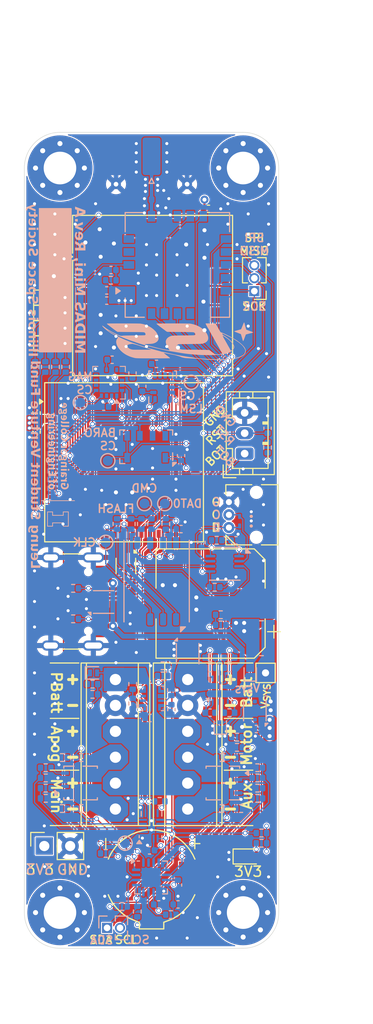
<source format=kicad_pcb>
(kicad_pcb (version 20241229) (generator "pcbnew") (generator_version "9.0")
  (title_block (title "MIDAS Mini MK1") (date "2025-12-01") (rev "A") (company "Illinois Space Society") (comment 4 "Contributors: Thomas McManamen"))
  (layers (0 "F.Cu" signal) (4 "In1.Cu" signal) (6 "In2.Cu" signal) (2 "B.Cu" signal) (13 "F.Paste" user) (15 "B.Paste" user) (5 "F.SilkS" user "F.Silkscreen") (7 "B.SilkS" user "B.Silkscreen") (1 "F.Mask" user) (3 "B.Mask" user) (25 "Edge.Cuts" user))
  (net 0 "")
  (net 1 "GND")
  (net 2 "/BUZZER")
  (net 3 "/RESET_SW")
  (net 4 "Net-(U101-DECAP)")
  (net 5 "+3V3")
  (net 6 "/E22_RESET")
  (net 7 "Net-(U203-SS)")
  (net 8 "/SYS_POWER")
  (net 9 "/VCAP_SENSE")
  (net 10 "Net-(U401-ITIMER)")
  (net 11 "/V_PYRO")
  (net 12 "/VBAT_PYRO")
  (net 13 "Net-(D101-K)")
  (net 14 "/I2C_SDA")
  (net 15 "/I2C_SCL")
  (net 16 "Net-(D104-A)")
  (net 17 "Net-(D105-A)")
  (net 18 "Net-(D106-A)")
  (net 19 "Net-(D107-A)")
  (net 20 "Net-(D203-A)")
  (net 57 "/D-")
  (net 58 "/USB_POWER")
  (net 59 "/D+")
  (net 60 "Net-(J101-CC2)")
  (net 62 "Net-(J101-CC1)")
  (net 64 "/BOOT_SW")
  (net 65 "/SPI_MOSI")
  (net 66 "/SPI_MISO")
  (net 67 "/SPI_SCK")
  (net 68 "/PYRO_B")
  (net 69 "/PYRO_A")
  (net 70 "/PYRO_C")
  (net 71 "/VBAT")
  (net 72 "/PYRO_D")
  (net 73 "/VCAP")
  (net 74 "Net-(Q401A-G1)")
  (net 75 "Net-(Q401B-G2)")
  (net 76 "Net-(Q402B-G2)")
  (net 77 "Net-(Q402A-G1)")
  (net 78 "Net-(U101-ADDR)")
  (net 79 "/PYRO_SENSE")
  (net 80 "/VBAT_SENSE")
  (net 81 "/FLASH_DAT0")
  (net 82 "/FLASH_DAT1")
  (net 83 "/FLASH_DAT2")
  (net 84 "/FLASH_DAT3")
  (net 85 "/FLASH_CMD")
  (net 86 "/LED_RED")
  (net 87 "/LED_ORANGE")
  (net 88 "/LED_GREEN")
  (net 89 "/LED_BLUE")
  (net 90 "Net-(U203-OV1)")
  (net 91 "Net-(U203-OV2)")
  (net 92 "Net-(U203-ILM)")
  (net 93 "Net-(U301-CAP)")
  (net 94 "/I2C_SDA_B2B")
  (net 95 "/I2C_SCL_B2B")
  (net 96 "/Pyro/FIRE_A")
  (net 97 "/Pyro/FIRE_C")
  (net 98 "/Pyro/PYRO_EN")
  (net 99 "/SENSE_A")
  (net 100 "/SENSE_C")
  (net 101 "Net-(U401-ILM)")
  (net 102 "/Pyro/PYRO_PG")
  (net 103 "/Pyro/PGTH")
  (net 104 "/Pyro/FIRE_B")
  (net 105 "/Pyro/FIRE_D")
  (net 106 "/SENSE_B")
  (net 107 "/SENSE_D")
  (net 108 "/EXP_INT")
  (net 109 "/EXP_RESET")
  (net 110 "/MS5611_CS")
  (net 111 "/LSM_CS")
  (net 112 "/FLASH_CLK")
  (net 115 "/USB_D-")
  (net 116 "/USB_D+")
  (net 120 "/E22_DIO3")
  (net 121 "/E22_BUSY")
  (net 122 "/SAM_RESET")
  (net 123 "/E22_CS")
  (net 124 "/E22_DIO1")
  (net 125 "/LSM_INT1")
  (net 126 "/E22_RXEN")
  (net 127 "/LSM_INT2")
  (net 134 "Net-(U106-DIO2)")
  (net 153 "Net-(J105-In)")
  (net 154 "/Power/PMUX_GND")
  (net 156 "/B2B_EN")
  (net 157 "/B2B_READY")
  (net 158 "/MAG_CS")
  (net 159 "/MAG_INT")
  (footprint "LED_SMD:LED_0603_1608Metric" (layer "F.Cu") (at 142.4 72.7)
    (property "Reference" "D105" (hide yes))
    (property "Value" "ORANGE LED")
  )
  (footprint "Connector_PinHeader_1.27mm:PinHeader_1x03_P1.27mm_Vertical" (layer "F.Cu") (at 162.6 70.57 180)
    (property "Reference" "J106" (hide yes))
    (property "Value" "Conn_01x03")
  )
  (footprint "MountingHole:MountingHole_3.2mm_M3_Pad_Via" (layer "F.Cu") (at 161.5 58.5)
    (property "Reference" "H104" (hide yes))
    (property "Value" "M3")
  )
  (footprint "Connector_PinSocket_2.54mm:PinSocket_1x02_P2.54mm_Vertical" (layer "F.Cu") (at 141.96 124.975 90)
    (property "Reference" "J202" (hide yes))
    (property "Value" "Conn_01x02")
  )
  (footprint "LED_SMD:LED_0603_1608Metric" (layer "F.Cu") (at 162 126)
    (property "Reference" "D203" (hide yes))
    (property "Value" "RED LED")
  )
  (footprint "Capacitor_SMD:C_0402_1005Metric" (layer "F.Cu") (at 143.9 68.6 -90)
    (property "Reference" "C114" (hide yes))
    (property "Value" "100nF")
  )
  (footprint "Connector_JST:JST_PH_B3B-PH-K_1x03_P2.00mm_Vertical" (layer "F.Cu") (at 161.65 86.5 90)
    (property "Reference" "J108" (hide yes))
    (property "Value" "Conn_01x03")
  )
  (footprint "Capacitor_SMD:C_0402_1005Metric" (layer "F.Cu") (at 141.2 82.5 90)
    (property "Reference" "C104" (hide yes))
    (property "Value" "22uF")
  )
  (footprint "Capacitor_SMD:C_0402_1005Metric" (layer "F.Cu") (at 158.1 62.5 180)
    (property "Reference" "C113" (hide yes))
    (property "Value" "100nF")
  )
  (footprint "Connector_USB:USB_C_Receptacle_GCT_USB4105-xx-A_16P_TopMnt_Horizontal" (layer "F.Cu") (at 143.675 101 -90)
    (property "Reference" "J101" (hide yes))
    (property "Value" "USB4105-GF-A")
  )
  (footprint "Capacitor_SMD:CP_Elec_10x10.5" (layer "F.Cu") (at 158.3 101.2 180)
    (property "Reference" "C203" (hide yes))
    (property "Value" "220mF")
  )
  (footprint "TerminalBlock_TE-Connectivity:TerminalBlock_TE_282834-6_1x06_P2.54mm_Horizontal" (layer "F.Cu") (at 156.05 121.35 90)
    (property "Reference" "J103" (hide yes))
    (property "Value" "Screw_Terminal_01x06")
  )
  (footprint "LED_SMD:LED_0603_1608Metric" (layer "F.Cu") (at 142.4 75.7)
    (property "Reference" "D107" (hide yes))
    (property "Value" "BLUE LED")
  )
  (footprint "TerminalBlock_TE-Connectivity:TerminalBlock_TE_282834-6_1x06_P2.54mm_Horizontal" (layer "F.Cu") (at 148.95 108.65 -90)
    (property "Reference" "J102" (hide yes))
    (property "Value" "Screw_Terminal_01x06")
  )
  (footprint "RF_GPS:ublox_SAM-M8Q" (layer "F.Cu") (at 152.6 71)
    (property "Reference" "U107" (hide yes))
    (property "Value" "SAM-M10Q")
  )
  (footprint "Connector_Molex_Micro-Lock-Plus:Molex_Micro-Lock_2200980371_1x03_P1.25mm_Horizontal" (layer "F.Cu") (at 162.1 92.5 90)
    (property "Reference" "J104" (hide yes))
    (property "Value" "Conn_01x03")
  )
  (footprint "Buzzer:Buzzer_SMTB-0927-TW-R" (layer "F.Cu") (at 152.5 128 -90)
    (property "Reference" "BZ101" (hide yes))
    (property "Value" "Buzzer")
  )
  (footprint "LED_SMD:LED_0603_1608Metric" (layer "F.Cu") (at 142.4 71.2)
    (property "Reference" "D104" (hide yes))
    (property "Value" "RED LED")
  )
  (footprint "RF_Module:ESP32-S2-MINI-1U" (layer "F.Cu") (at 149.8 87.35)
    (property "Reference" "U103" (hide yes))
    (property "Value" "ESP32-S3-MINI-1U")
  )
  (footprint "MountingHole:MountingHole_3.2mm_M3_Pad_Via" (layer "F.Cu") (at 143.5 131.5)
    (property "Reference" "H102" (hide yes))
    (property "Value" "M3")
  )
  (footprint "TestPoint:TestPoint_THTPad_1.5x1.5mm_Drill0.7mm" (layer "F.Cu") (at 163.7 108)
    (property "Reference" "J201" (hide yes))
    (property "Value" "TestPoint")
  )
  (footprint "Capacitor_SMD:C_0402_1005Metric" (layer "F.Cu") (at 141.2 84.4 -90)
    (property "Reference" "C105" (hide yes))
    (property "Value" "100nF")
  )
  (footprint "LED_SMD:LED_0603_1608Metric" (layer "F.Cu") (at 142.4 74.2)
    (property "Reference" "D106" (hide yes))
    (property "Value" "GREEN LED")
  )
  (footprint "MountingHole:MountingHole_3.2mm_M3_Pad_Via" (layer "F.Cu") (at 161.5 131.5)
    (property "Reference" "H103" (hide yes))
    (property "Value" "M3")
  )
  (footprint "Package_DFN_QFN:ST_UQFN-6L_1.5x1.7mm_P0.5mm" (layer "F.Cu") (at 149.975 97.5125 -90)
    (property "Reference" "U102" (hide yes))
    (property "Value" "ECMF02-2AMX6")
  )
  (footprint "MountingHole:MountingHole_3.2mm_M3_Pad_Via" (layer "F.Cu") (at 143.5 58.5)
    (property "Reference" "H101" (hide yes))
    (property "Value" "M3")
  )
  (footprint "Capacitor_SMD:C_0402_1005Metric" (layer "B.Cu") (at 152.9875 77.7)
    (property "Reference" "C301" (hide yes))
    (property "Value" "100nF")
  )
  (footprint "Resistor_SMD:R_0402_1005Metric" (layer "B.Cu") (at 150.65 111 -90)
    (property "Reference" "R404" (hide yes))
    (property "Value" "100k")
  )
  (footprint "Resistor_SMD:R_0402_1005Metric" (layer "B.Cu") (at 143.7 121.3)
    (property "Reference" "R421" (hide yes))
    (property "Value" "18k")
  )
  (footprint "TestPoint:TestPoint_Pad_D1.0mm" (layer "B.Cu") (at 145.5 81.5)
    (property "Reference" "TP102" (hide yes))
    (property "Value" "TestPoint_Small")
  )
  (footprint "TestPoint:TestPoint_Pad_D1.0mm" (layer "B.Cu") (at 149.9 124.7)
    (property "Reference" "TP101" (hide yes))
    (property "Value" "TestPoint_Small")
  )
  (footprint "Resistor_SMD:R_0402_1005Metric" (layer "B.Cu") (at 146.7 109.1)
    (property "Reference" "R102" (hide yes))
    (property "Value" "560k")
  )
  (footprint "Diode_SMD:D_SOD-882" (layer "B.Cu") (at 162.2 108 90)
    (property "Reference" "D202" (hide yes))
    (property "Value" "SDM05U40CSP")
  )
  (footprint "Capacitor_SMD:C_0402_1005Metric" (layer "B.Cu") (at 163.9 84.01 90)
    (property "Reference" "C112" (hide yes))
    (property "Value" "1uF")
  )
  (footprint "Resistor_SMD:R_0402_1005Metric" (layer "B.Cu") (at 153.3 120.6)
    (property "Reference" "R412" (hide yes))
    (property "Value" "1k")
  )
  (footprint "Resistor_SMD:R_0612_1632Metric" (layer "B.Cu") (at 163.3 104.6)
    (property "Reference" "R206" (hide yes))
    (property "Value" "20")
  )
  (footprint "Resistor_SMD:R_0402_1005Metric" (layer "B.Cu") (at 143.06 78 90)
    (property "Reference" "R123" (hide yes))
    (property "Value" "470")
  )
  (footprint "Capacitor_SMD:C_0402_1005Metric" (layer "B.Cu") (at 155.1 128.8 -90)
    (property "Reference" "C103" (hide yes))
    (property "Value" "1uF")
  )
  (footprint "Resistor_SMD:R_0402_1005Metric" (layer "B.Cu") (at 163.3 124.7 180)
    (property "Reference" "R207" (hide yes))
    (property "Value" "470")
  )
  (footprint "Resistor_SMD:R_0402_1005Metric" (layer "B.Cu") (at 150.65 109.1 -90)
    (property "Reference" "R403" (hide yes))
    (property "Value" "150k")
  )
  (footprint "Capacitor_SMD:C_0402_1005Metric" (layer "B.Cu") (at 155.1 130.7)
    (property "Reference" "C101" (hide yes))
    (property "Value" "1uF")
  )
  (footprint "Capacitor_SMD:C_0402_1005Metric" (layer "B.Cu") (at 160.8 95)
    (property "Reference" "C107" (hide yes))
    (property "Value" "100nF")
  )
  (footprint "RF_Module_Ebyte:E22-400MM22S" (layer "B.Cu") (at 155.04 68)
    (property "Reference" "U106" (hide yes))
    (property "Value" "E22-400MM22S")
  )
  (footprint "Resistor_SMD:R_0402_1005Metric" (layer "B.Cu") (at 162.9 119.3 180)
    (property "Reference" "R416" (hide yes))
    (property "Value" "3.3k")
  )
  (footprint "Resistor_SMD:R_0402_1005Metric" (layer "B.Cu") (at 162.9 120.3 180)
    (property "Reference" "R418" (hide yes))
    (property "Value" "1k")
  )
  (footprint "Inductor_SMD:L_0402_1005Metric" (layer "B.Cu") (at 152.985 61.6)
    (property "Reference" "L101" (hide yes))
    (property "Value" "330nH")
  )
  (footprint "Resistor_SMD:R_0402_1005Metric" (layer "B.Cu") (at 159.2975 103.3 180)
    (property "Reference" "R108" (hide yes))
    (property "Value" "100k")
  )
  (footprint "Capacitor_SMD:C_0402_1005Metric" (layer "B.Cu") (at 152.3 125.4)
    (property "Reference" "C403" (hide yes))
    (property "Value" "100nF")
  )
  (footprint "Resistor_SMD:R_0402_1005Metric" (layer "B.Cu") (at 158.9 95 180)
    (property "Reference" "R115" (hide yes))
    (property "Value" "10k")
  )
  (footprint "Resistor_SMD:R_0402_1005Metric" (layer "B.Cu") (at 142.1 118.3)
    (property "Reference" "R401" (hide yes))
    (property "Value" "3.3k")
  )
  (footprint "Capacitor_SMD:C_0402_1005Metric" (layer "B.Cu") (at 148.52 68.5 180)
    (property "Reference" "C108" (hide yes))
    (property "Value" "100nF")
  )
  (footprint "Capacitor_SMD:C_0402_1005Metric" (layer "B.Cu") (at 151.5875 79.9 90)
    (property "Reference" "C304" (hide yes))
    (property "Value" "100nF")
  )
  (footprint "Resistor_SMD:R_0402_1005Metric" (layer "B.Cu") (at 148.5 69.5 180)
    (property "Reference" "R116" (hide yes))
    (property "Value" "100k")
  )
  (footprint "TestPoint:TestPoint_Pad_D1.0mm" (layer "B.Cu") (at 148.2 87.2)
    (property "Reference" "TP103" (hide yes))
    (property "Value" "TestPoint_Small")
  )
  (footprint "Package_DFN_QFN:UQFN-16_1.8x2.6mm_P0.4mm" (layer "B.Cu") (at 152.5 123)
    (property "Reference" "U402" (hide yes))
    (property "Value" "TCAL9538")
  )
  (footprint "Capacitor_SMD:C_0402_1005Metric" (layer "B.Cu") (at 154.45 111.6 -90)
    (property "Reference" "C401" (hide yes))
    (property "Value" "4.7nF")
  )
  (footprint "Package_SON:Texas_DPY0002A_0.6x1mm_P0.65mm" (layer "B.Cu") (at 161.5 92.65 180)
    (property "Reference" "D103" (hide yes))
    (property "Value" "ESD321")
  )
  (footprint "Capacitor_SMD:C_0402_1005Metric" (layer "B.Cu") (at 148.1 71.5 180)
    (property "Reference" "C111" (hide yes))
    (property "Value" "10nF")
  )
  (footprint "Resistor_SMD:R_0402_1005Metric" (layer "B.Cu") (at 144.8 102.7 180)
    (property "Reference" "R107" (hide yes))
    (property "Value" "5.1k")
  )
  (footprint "Resistor_SMD:R_0402_1005Metric" (layer "B.Cu") (at 142.1 120.3)
    (property "Reference" "R415" (hide yes))
    (property "Value" "3.3k")
  )
  (footprint "Resistor_SMD:R_0402_1005Metric" (layer "B.Cu") (at 153.6 108.3)
    (property "Reference" "R413" (hide yes))
    (property "Value" "150k")
  )
  (footprint "Capacitor_SMD:C_0402_1005Metric" (layer "B.Cu") (at 148.625 77.298)
    (property "Reference" "C303" (hide yes))
    (property "Value" "10uF")
  )
  (footprint "TestPoint:TestPoint_Pad_D1.0mm" (layer "B.Cu") (at 148 95.2)
    (property "Reference" "TP106" (hide yes))
    (property "Value" "TestPoint_Small")
  )
  (footprint "Resistor_SMD:R_0402_1005Metric" (layer "B.Cu") (at 149.1 93.4 90)
    (property "Reference" "R113" (hide yes))
    (property "Value" "50k")
  )
  (footprint "Resistor_SMD:R_0402_1005Metric" (layer "B.Cu") (at 144.06 78 90)
    (property "Reference" "R124" (hide yes))
    (property "Value" "470")
  )
  (footprint "Resistor_SMD:R_0402_1005Metric" (layer "B.Cu") (at 154.4 131.7)
    (property "Reference" "R101" (hide yes))
    (property "Value" "100k")
  )
  (footprint "Resistor_SMD:R_0402_1005Metric" (layer "B.Cu") (at 141.06 78 90)
    (property "Reference" "R121" (hide yes))
    (property "Value" "470")
  )
  (footprint "Logos_ISS:ISS_LOGOV2_tiny" (layer "B.Cu") (at 155.1 75.5 180)
    (property "Reference" "G***" (hide yes))
    (property "Value" "LOGO" (hide yes))
  )
  (footprint "Resistor_SMD:R_0402_1005Metric" (layer "B.Cu") (at 153.9 93.4 90)
    (property "Reference" "R111" (hide yes))
    (property "Value" "50k")
  )
  (footprint "Resistor_SMD:R_0402_1005Metric" (layer "B.Cu") (at 149.6 130.9 180)
    (property "Reference" "R117" (hide yes))
    (property "Value" "4.7k")
  )
  (footprint "Resistor_SMD:R_0402_1005Metric" (layer "B.Cu") (at 142.1 119.3)
    (property "Reference" "R417" (hide yes))
    (property "Value" "1k")
  )
  (footprint "Resistor_SMD:R_0402_1005Metric" (layer "B.Cu") (at 154.45 109.7 90)
    (property "Reference" "R411" (hide yes))
    (property "Value" "820")
  )
  (footprint "Resistor_SMD:R_0402_1005Metric" (layer "B.Cu") (at 145.6 121.3)
    (property "Reference" "R419" (hide yes))
    (property "Value" "100k")
  )
  (footprint "Resistor_SMD:R_0402_1005Metric" (layer "B.Cu") (at 145.6 116.3)
    (property "Reference" "R407" (hide yes))
    (property "Value" "100k")
  )
  (footprint "Package_LGA:LGA-8_8x6.2mm_P1.27mm" (layer "B.Cu") (at 153 99 90)
    (property "Reference" "U104" (hide yes))
    (property "Value" "ZDSD64GLGEAG-R")
  )
  (footprint "Resistor_SMD:R_0402_1005Metric" (layer "B.Cu") (at 159.4 116.3 180)
    (property "Reference" "R408" (hide yes))
    (property "Value" "100k")
  )
  (footprint "Resistor_SMD:R_0402_1005Metric" (layer "B.Cu") (at 162.9 118.3 180)
    (property "Reference" "R406" (hide yes))
    (property "Value" "1k")
  )
  (footprint "Connector_Coaxial:SMA_Molex_73251-2120_EdgeMount_Horizontal" (layer "B.Cu") (at 152.5 57.1 90)
    (property "Reference" "J105" (hide yes))
    (property "Value" "SMA")
  )
  (footprint "Resistor_SMD:R_0402_1005Metric" (layer "B.Cu") (at 161.3 116.3 180)
    (property "Reference" "R410" (hide yes))
    (property "Value" "18k")
  )
  (footprint "Capacitor_SMD:C_0402_1005Metric" (layer "B.Cu") (at 153.2 130.7)
    (property "Reference" "C102" (hide yes))
    (property "Value" "1uF")
  )
  (footprint "Resistor_SMD:R_0402_1005Metric" (layer "B.Cu") (at 158.255 107.5025)
    (property "Reference" "R203" (hide yes))
    (property "Value" "16.9k")
  )
  (footprint "Resistor_SMD:R_0402_1005Metric" (layer "B.Cu") (at 162.9 117.3 180)
    (property "Reference" "R402" (hide yes))
    (property "Value" "3.3k")
  )
  (footprint "Capacitor_SMD:C_0402_1005Metric" (layer "B.Cu") (at 155.4 93.9 180)
    (property "Reference" "C106" (hide yes))
    (property "Value" "100nF")
  )
  (footprint "Capacitor_SMD:C_0402_1005Metric" (layer "B.Cu") (at 147.8 81.9 180)
    (property "Reference" "C302" (hide yes))
    (property "Value" "100nF")
  )
  (footprint "Transistor_FET_Vishay:Vishay_PowerPAK_1212-8_Dual" (layer "B.Cu") (at 159.5075 118.8 180)
    (property "Reference" "Q402" (hide yes))
    (property "Value" "Si7232DN")
  )
  (footprint "Package_SON:WSON-6-1EP_2x2mm_P0.65mm_EP1x1.6mm" (layer "B.Cu") (at 147.7875 101.05)
    (property "Reference" "U201" (hide yes))
    (property "Value" "TVS1800DRV")
  )
  (footprint "Resistor_SMD:R_0402_1005Metric" (layer "B.Cu") (at 153.6 107.3 180)
    (property "Reference" "R414" (hide yes))
    (property "Value" "100k")
  )
  (footprint "Capacitor_SMD:C_0402_1005Metric" (layer "B.Cu") (at 150.625 78.598 90)
    (property "Reference" "C305" (hide yes))
    (property "Value" "100nF")
  )
  (footprint "Connector_PinHeader_1.27mm:PinHeader_1x02_P1.27mm_Vertical" (layer "B.Cu") (at 148.13 133 -90)
    (property "Reference" "J107" (hide yes))
    (property "Value" "Conn_01x02")
  )
  (footprint "Capacitor_SMD:C_0402_1005Metric" (layer "B.Cu") (at 158.255 111.9025)
    (property "Reference" "C201" (hide yes))
    (property "Value" "1uF")
  )
  (footprint "Resistor_SMD:R_0402_1005Metric" (layer "B.Cu") (at 150.5 93.4 90)
    (property "Reference" "R112" (hide yes))
    (property "Value" "50k")
  )
  (footprint "Resistor_SMD:R_0402_1005Metric" (layer "B.Cu") (at 160.9 114.3)
    (property "Reference" "R104" (hide yes))
    (property "Value" "100k")
  )
  (footprint "Resistor_SMD:R_0402_1005Metric" (layer "B.Cu") (at 142.06 78 90)
    (property "Reference" "R122" (hide yes))
    (property "Value" "470")
  )
  (footprint "Package_VQFN:VQFN-HR-RPW0010A" (layer "B.Cu") (at 152.55 110.5)
    (property "Reference" "U401" (hide yes))
    (property "Value" "TPS25947")
  )
  (footprint "Package_SON:Texas_DPY0002A_0.6x1mm_P0.65mm" (layer "B.Cu") (at 161.5 93.6 180)
    (property "Reference" "D102" (hide yes))
    (property "Value" "ESD321")
  )
  (footprint "Resistor_SMD:R_0402_1005Metric" (layer "B.Cu") (at 160.155 107.5025 180)
    (property "Reference" "R201" (hide yes))
    (property "Value" "16.9k")
  )
  (footprint "Package_DFN_QFN:Texas_VQFN-HR-12_2x2.5mm_P0.5mm" (layer "B.Cu") (at 159.25 109.7025)
    (property "Reference" "U203" (hide yes))
    (property "Value" "TPS2121")
  )
  (footprint "TestPoint:TestPoint_Pad_D1.0mm" (layer "B.Cu") (at 156.4 79.5)
    (property "Reference" "TP104" (hide yes))
    (property "Value" "TestPoint_Small")
  )
  (footprint "Package_SON:WSON-6-1EP_2x2mm_P0.65mm_EP1x1.6mm" (layer "B.Cu") (at 162.65 111.7 90)
    (property "Reference" "U204" (hide yes))
    (property "Value" "TPS746-Q1")
  )
  (footprint "Package_LGA:LGA-14_3x2.5mm_P0.5mm_LayoutBorder3x4y" (layer "B.Cu") (at 153.5875 80 90)
    (property "Reference" "U302" (hide yes))
    (property "Value" "LSM6DSV320X")
  )
  (footprint "Capacitor_SMD:C_0402_1005Metric" (layer "B.Cu") (at 157.4 95.2 90)
    (property "Reference" "C109" (hide yes))
    (property "Value" "100nF")
  )
  (footprint "Resistor_SMD:R_0402_1005Metric" (layer "B.Cu") (at 163.9 85.91 -90)
    (property "Reference" "R120" (hide yes))
    (property "Value" "20k")
  )
  (footprint "Resistor_SMD:R_0402_1005Metric" (layer "B.Cu") (at 143.7 116.3)
    (property "Reference" "R409" (hide yes))
    (property "Value" "18k")
  )
  (footprint "Resistor_SMD:R_0402_1005Metric" (layer "B.Cu") (at 152.5 93.4 90)
    (property "Reference" "R110" (hide yes))
    (property "Value" "50k")
  )
  (footprint "Resistor_SMD:R_0402_1005Metric" (layer "B.Cu") (at 160.9 115.3 180)
    (property "Reference" "R105" (hide yes))
    (property "Value" "100k")
  )
  (footprint "Capacitor_SMD:C_0402_1005Metric" (layer "B.Cu") (at 152.35 112.425 180)
    (property "Reference" "C402" (hide yes))
    (property "Value" "4.7uF")
  )
  (footprint "Resistor_SMD:R_0402_1005Metric" (layer "B.Cu") (at 158.255 106.5025 180)
    (property "Reference" "R204" (hide yes))
    (property "Value" "5k")
  )
  (footprint "TestPoint:TestPoint_Pad_D1.0mm" (layer "B.Cu") (at 151.8 91.4)
    (property "Reference" "TP105" (hide yes))
    (property "Value" "TestPoint_Small")
  )
  (footprint "Resistor_SMD:R_0402_1005Metric" (layer "B.Cu") (at 148 125.7)
    (property "Reference" "R423" (hide yes))
    (property "Value" "10k")
  )
  (footprint "Resistor_SMD:R_0402_1005Metric" (layer "B.Cu") (at 151.5 93.4 90)
    (property "Reference" "R114" (hide yes))
    (property "Value" "50k")
  )
  (footprint "Resistor_SMD:R_0402_1005Metric" (layer "B.Cu") (at 151.1 131.4 -90)
    (property "Reference" "R118" (hide yes))
    (property "Value" "4.7k")
  )
  (footprint "Package_LGA:LGA-16_3x3mm_P0.5mm" (layer "B.Cu") (at 148.325 79.55 90)
    (property "Reference" "U301" (hide yes))
    (property "Value" "MMC5983MA")
  )
  (footprint "Resistor_SMD:R_0402_1005Metric" (layer "B.Cu") (at 163.3 123.7)
    (property "Reference" "R424" (hide yes))
    (property "Value" "10k")
  )
  (footprint "TestPoint:TestPoint_Pad_D1.0mm" (layer "B.Cu") (at 153.8 91.4)
    (property "Reference" "TP107" (hide yes))
    (property "Value" "TestPoint_Small")
  )
  (footprint "Capacitor_SMD:C_0402_1005Metric" (layer "B.Cu") (at 148.1 70.5 180)
    (property "Reference" "C110" (hide yes))
    (property "Value" "10uF")
  )
  (footprint "Package_LGA:LGA-8_3x5mm_P1.25mm" (layer "B.Cu") (at 151.975 85.8275 90)
    (property "Reference" "U303" (hide yes))
    (property "Value" "MS5611-01BA")
  )
  (footprint "Capacitor_SMD:C_0402_1005Metric" (layer "B.Cu") (at 162.8 113.5 180)
    (property "Reference" "C204" (hide yes))
    (property "Value" "4.7uF")
  )
  (footprint "Resistor_SMD:R_0402_1005Metric" (layer "B.Cu") (at 142.1 117.3)
    (property "Reference" "R405" (hide yes))
    (property "Value" "1k")
  )
  (footprint "Package_SON:WSON-6-1EP_2x2mm_P0.65mm_EP1x1.6mm" (layer "B.Cu") (at 156.05 106.1125 -90)
    (property "Reference" "U202" (hide yes))
    (property "Value" "TVS1800DRV")
  )
  (footprint "Package_SON:WSON-8-1EP_3x3mm_P0.5mm_EP1.45x2.4mm" (layer "B.Cu") (at 159.7 97.3 180)
    (property "Reference" "U105" (hide yes))
    (property "Value" "TCA4307")
  )
  (footprint "Resistor_SMD:R_0402_1005Metric" (layer "B.Cu") (at 161.3 121.3 180)
    (property "Reference" "R422" (hide yes))
    (property "Value" "18k")
  )
  (footprint "memes:Grainger_smaller" (layer "B.Cu") (at 143.3 87.2 90)
    (property "Reference" "G***" (hide yes))
    (property "Value" "LOGO" (hide yes))
  )
  (footprint "Capacitor_SMD:C_0402_1005Metric" (layer "B.Cu") (at 155.4 86.7 90)
    (property "Reference" "C306" (hide yes))
    (property "Value" "100nF")
  )
  (footprint "Resistor_SMD:R_0402_1005Metric" (layer "B.Cu") (at 146.7 110.1 180)
    (property "Reference" "R103" (hide yes))
    (property "Value" "100k")
  )
  (footprint "Capacitor_SMD:C_0402_1005Metric" (layer "B.Cu") (at 163.8 109.9)
    (property "Reference" "C202" (hide yes))
    (property "Value" "1uF")
  )
  (footprint "Resistor_SMD:R_0402_1005Metric" (layer "B.Cu") (at 159.3 102.3)
    (property "Reference" "R109" (hide yes))
    (property "Value" "100k")
  )
  (footprint "Diode_SMD:D_SOD-882" (layer "B.Cu") (at 159.255 113.2025 90)
    (property "Reference" "D201" (hide yes))
    (property "Value" "BAS116L")
  )
  (footprint "Diode_SMD:D_SOD-882" (layer "B.Cu") (at 146.8 108)
    (property "Reference" "D101" (hide yes))
    (property "Value" "SDM05U40CSP")
  )
  (footprint "Resistor_SMD:R_0402_1005Metric" (layer "B.Cu") (at 158.7 99.6)
    (property "Reference" "R119" (hide yes))
    (property "Value" "10k")
  )
  (footprint "Resistor_SMD:R_0402_1005Metric" (layer "B.Cu") (at 160.155 111.9025 180)
    (property "Reference" "R205" (hide yes))
    (property "Value" "21.5k")
  )
  (footprint "Resistor_SMD:R_0402_1005Metric" (layer "B.Cu") (at 159.4 121.3 180)
    (property "Reference" "R420" (hide yes))
    (property "Value" "100k")
  )
  (footprint "Resistor_SMD:R_0402_1005Metric" (layer "B.Cu") (at 144.8 99.71 180)
    (property "Reference" "R106" (hide yes))
    (property "Value" "5.1k")
  )
  (footprint "Package_DFN_QFN:WQFN-16-1EP_3x3mm_P0.5mm_EP1.68x1.68mm" (layer "B.Cu") (at 152.45 128.0575 -90)
    (property "Reference" "U101" (hide yes))
    (property "Value" "ADS7138-Q1")
  )
  (footprint "Transistor_FET_Vishay:Vishay_PowerPAK_1212-8_Dual" (layer "B.Cu") (at 145.525 118.795)
    (property "Reference" "Q401" (hide yes))
    (property "Value" "Si7232DN")
  )
  (footprint "Resistor_SMD:R_0402_1005Metric" (layer "B.Cu") (at 160.155 106.5025)
    (property "Reference" "R202" (hide yes))
    (property "Value" "5k")
  )
  (gr_line (start 159.85 121.35) (end 160.65 121.35) (stroke (width 0.3)) (layer "F.SilkS"))
  (gr_line (start 145.35 112.46) (end 142.55 112.46) (stroke (width 0.12)) (layer "F.SilkS"))
  (gr_line (start 159.85 116.27) (end 160.65 116.27) (stroke (width 0.3)) (layer "F.SilkS"))
  (gr_line (start 144.75 108.25) (end 144.75 109.05) (stroke (width 0.3)) (layer "F.SilkS"))
  (gr_line (start 144.75 118.41) (end 144.75 119.21) (stroke (width 0.3)) (layer "F.SilkS"))
  (gr_line (start 145.35 122.97) (end 142.55 122.97) (stroke (width 0.12)) (layer "F.SilkS"))
  (gr_line (start 159.85 111.19) (end 160.65 111.19) (stroke (width 0.3)) (layer "F.SilkS"))
  (gr_line (start 159.85 108.65) (end 160.65 108.65) (stroke (width 0.3)) (layer "F.SilkS"))
  (gr_line (start 145.15 108.65) (end 144.35 108.65) (stroke (width 0.3)) (layer "F.SilkS"))
  (gr_line (start 159.65 122.97) (end 162.45 122.97) (stroke (width 0.12)) (layer "F.SilkS"))
  (gr_line (start 144.75 113.33) (end 144.75 114.13) (stroke (width 0.3)) (layer "F.SilkS"))
  (gr_line (start 145.15 118.81) (end 144.35 118.81) (stroke (width 0.3)) (layer "F.SilkS"))
  (gr_line (start 160.25 118.41) (end 160.25 119.21) (stroke (width 0.3)) (layer "F.SilkS"))
  (gr_line (start 160.25 108.25) (end 160.25 109.05) (stroke (width 0.3)) (layer "F.SilkS"))
  (gr_line (start 159.65 107.03) (end 162.45 107.03) (stroke (width 0.12)) (layer "F.SilkS"))
  (gr_line (start 160.25 113.33) (end 160.25 114.13) (stroke (width 0.3)) (layer "F.SilkS"))
  (gr_line (start 145.35 117.54) (end 142.55 117.54) (stroke (width 0.12)) (layer "F.SilkS"))
  (gr_line (start 145.35 107.03) (end 142.55 107.03) (stroke (width 0.12)) (layer "F.SilkS"))
  (gr_line (start 145.15 121.35) (end 144.35 121.35) (stroke (width 0.3)) (layer "F.SilkS"))
  (gr_line (start 159.85 118.81) (end 160.65 118.81) (stroke (width 0.3)) (layer "F.SilkS"))
  (gr_line (start 145.15 113.73) (end 144.35 113.73) (stroke (width 0.3)) (layer "F.SilkS"))
  (gr_line (start 159.65 112.46) (end 162.45 112.46) (stroke (width 0.12)) (layer "F.SilkS"))
  (gr_line (start 145.15 116.27) (end 144.35 116.27) (stroke (width 0.3)) (layer "F.SilkS"))
  (gr_line (start 159.85 113.73) (end 160.65 113.73) (stroke (width 0.3)) (layer "F.SilkS"))
  (gr_line (start 145.15 111.19) (end 144.35 111.19) (stroke (width 0.3)) (layer "F.SilkS"))
  (gr_line (start 159.65 117.54) (end 162.45 117.54) (stroke (width 0.12)) (layer "F.SilkS"))
  (gr_rect (start 141.5 62.5) (end 144.575 76.5) (stroke (width 0.15)) (fill yes) (layer "B.SilkS"))
  (gr_line (start 161.5 135) (end 143.5 135) (stroke (width 0.05)) (layer "Edge.Cuts"))
  (gr_line (start 140 131.5) (end 140 58.5) (stroke (width 0.05)) (layer "Edge.Cuts"))
  (gr_arc (start 140 58.5) (mid 141.025126 56.025126) (end 143.5 55) (stroke (width 0.05)) (layer "Edge.Cuts"))
  (gr_arc (start 165 131.5) (mid 163.974874 133.974874) (end 161.5 135) (stroke (width 0.05)) (layer "Edge.Cuts"))
  (gr_arc (start 143.5 135) (mid 141.025126 133.974874) (end 140 131.5) (stroke (width 0.05)) (layer "Edge.Cuts"))
  (gr_line (start 143.5 55) (end 161.5 55) (stroke (width 0.05)) (layer "Edge.Cuts"))
  (gr_line (start 165 58.5) (end 165 131.5) (stroke (width 0.05)) (layer "Edge.Cuts"))
  (gr_arc (start 161.5 55) (mid 163.974874 56.025126) (end 165 58.5) (stroke (width 0.05)) (layer "Edge.Cuts"))
  (gr_text "Apog" (at 143.15 114.999999 270) (layer "F.SilkS") (effects (font (size 1 1) (thickness 0.2) (bold yes))))
  (gr_text "Batt" (at 161.85 109.92 90) (layer "F.SilkS") (effects (font (size 1 1) (thickness 0.2) (bold yes))))
  (gr_text "C" (at 159.3 92.5 0) (layer "F.SilkS") (effects (font (size 0.8 0.8) (thickness 0.15) (bold yes)) (justify right)))
  (gr_text "3V3" (at 162 126.9 0) (layer "F.SilkS") (effects (font (size 1 1)) (justify top)))
  (gr_text "V_{SYS}" (at 163.7 108.95 90) (layer "F.SilkS") (effects (font (size 0.8 0.8) (thickness 0.15) (bold yes)) (justify right)))
  (gr_text "Aux" (at 161.85 120.08 90) (layer "F.SilkS") (effects (font (size 1 1) (thickness 0.2) (bold yes))))
  (gr_text "G" (at 159.3 91.25 0) (layer "F.SilkS") (effects (font (size 0.8 0.8) (thickness 0.15) (bold yes)) (justify right)))
  (gr_text "PBatt" (at 143.15 109.919999 270) (layer "F.SilkS") (effects (font (size 1 1) (thickness 0.2) (bold yes))))
  (gr_text "Motor" (at 161.85 115 90) (layer "F.SilkS") (effects (font (size 1 1) (thickness 0.2) (bold yes))))
  (gr_text "BOT" (at 160 86.2 45) (layer "F.SilkS") (effects (font (size 0.8 0.8)) (justify right bottom)))
  (gr_text "SPI\nMISO" (at 162.6 67.1 0) (layer "F.SilkS") (effects (font (size 0.8 0.8) (thickness 0.15) (bold yes)) (justify bottom)))
  (gr_text "SDA" (at 147.524524 133.7 0) (layer "F.SilkS") (effects (font (size 0.8 0.8) (thickness 0.15) (bold yes)) (justify top)))
  (gr_text "D" (at 159.3 93.75 0) (layer "F.SilkS") (effects (font (size 0.8 0.8) (thickness 0.15) (bold yes)) (justify right)))
  (gr_text "3V3" (at 141.538571 126.7 0) (layer "F.SilkS") (effects (font (size 1 1)) (justify top)))
  (gr_text "SCL" (at 150.024524 133.7 0) (layer "F.SilkS") (effects (font (size 0.8 0.8) (thickness 0.15) (bold yes)) (justify top)))
  (gr_text "GND" (at 144.738571 126.7 0) (layer "F.SilkS") (effects (font (size 1 1)) (justify top)))
  (gr_text "GND" (at 160 82.2 45) (layer "F.SilkS") (effects (font (size 0.8 0.8)) (justify right bottom)))
  (gr_text "SCK" (at 162.6 71.6 0) (layer "F.SilkS") (effects (font (size 0.8 0.8) (thickness 0.15) (bold yes)) (justify top)))
  (gr_text "Main" (at 143.15 120.079999 270) (layer "F.SilkS") (effects (font (size 1 1) (thickness 0.2) (bold yes))))
  (gr_text "RST" (at 159.99 84.2 45) (layer "F.SilkS") (effects (font (size 0.8 0.8)) (justify right bottom)))
  (gr_text "MAG\nCS" (at 146.8 79.6 0) (layer "B.SilkS") (effects (font (size 0.8 0.8) (thickness 0.15) (bold yes)) (justify left mirror)))
  (gr_text "3V3" (at 141.5288 126.6952 0) (layer "B.SilkS") (effects (font (size 1 1)) (justify top mirror)))
  (gr_text "C" (at 158.4 92.5 0) (layer "B.SilkS") (effects (font (size 0.8 0.8) (thickness 0.15) (bold yes)) (justify right mirror)))
  (gr_text "MIDAS Mini, Rev.A" (at 145.4 69.5 270) (layer "B.SilkS") (effects (font (size 1 1) (thickness 0.22) (bold yes)) (justify mirror)))
  (gr_text "RST" (at 158.51 84.239256 315) (layer "B.SilkS") (effects (font (size 0.8 0.8)) (justify right bottom mirror)))
  (gr_text "CLK" (at 145.9 95.2 0) (layer "B.SilkS") (effects (font (size 0.8 0.8) (thickness 0.15) (bold yes)) (justify mirror)))
  (gr_text "SCL" (at 151.2 133.7 0) (layer "B.SilkS") (effects (font (size 0.8 0.8) (thickness 0.15) (bold yes)) (justify top mirror)))
  (gr_text "SPI\nMISO" (at 162.6 67.1 0) (layer "B.SilkS") (effects (font (size 0.8 0.8) (thickness 0.15) (bold yes)) (justify bottom mirror)))
  (gr_text "DAT0" (at 154.5 91.4 0) (layer "B.SilkS") (effects (font (size 0.8 0.8) (thickness 0.15) (bold yes)) (justify right mirror)))
  (gr_text "BARO\nCS" (at 149.1 85.1 0) (layer "B.SilkS") (effects (font (size 0.8 0.8) (thickness 0.15) (bold yes)) (justify left mirror)))
  (gr_text "Leung Student Venture Fund" (at 140.5 87.587691 270) (layer "B.SilkS") (effects (font (size 0.9 0.9) (thickness 0.225) (bold yes)) (justify bottom mirror)))
  (gr_text "FLASH" (at 149 91.9 0) (layer "B.SilkS") (effects (font (size 0.8 0.8) (thickness 0.15) (bold yes)) (justify mirror)))
  (gr_text "SCK" (at 162.6 71.6 0) (layer "B.SilkS") (effects (font (size 0.8 0.8) (thickness 0.15) (bold yes)) (justify top mirror)))
  (gr_text "Illinois Space Society" (at 140.795444 69.5 270) (layer "B.SilkS") (effects (font (size 0.9 0.9) (thickness 0.2175) (bold yes)) (justify mirror)))
  (gr_text "D" (at 158.4 93.75 0) (layer "B.SilkS") (effects (font (size 0.8 0.8) (thickness 0.15) (bold yes)) (justify right mirror)))
  (gr_text "GND" (at 158.5 82.239256 315) (layer "B.SilkS") (effects (font (size 0.8 0.8)) (justify right bottom mirror)))
  (gr_text "SDA" (at 147.6 133.738962 0) (layer "B.SilkS") (effects (font (size 0.8 0.8) (thickness 0.15) (bold yes)) (justify top mirror)))
  (gr_text "BOT" (at 158.5 86.239256 315) (layer "B.SilkS") (effects (font (size 0.8 0.8)) (justify right bottom mirror)))
  (gr_text "CS\nLSM" (at 155.1375 81.47 0) (layer "B.SilkS") (effects (font (size 0.8 0.8) (thickness 0.15) (bold yes)) (justify right mirror)))
  (gr_text "CMD" (at 151.8 89.9 0) (layer "B.SilkS") (effects (font (size 0.8 0.8) (thickness 0.15) (bold yes)) (justify mirror)))
  (gr_text "G" (at 158.4 91.25 0) (layer "B.SilkS") (effects (font (size 0.8 0.8) (thickness 0.15) (bold yes)) (justify right mirror)))
  (gr_text "V_{SYS}" (at 160.6 109.5 0) (layer "B.SilkS") (effects (font (size 0.8 0.8) (thickness 0.15) (bold yes)) (justify right mirror)))
  (gr_text "GND" (at 144.7546 126.6952 0) (layer "B.SilkS") (effects (font (size 1 1)) (justify top mirror)))
  (via (at 159.7 114.2) (size 0.45) (drill 0.3) (layers "F.Cu" "B.Cu") (net 1))
  (via (at 151.8 62.2) (size 0.45) (drill 0.3) (layers "F.Cu" "B.Cu") (net 1))
  (via (at 144.3 120.3) (size 0.45) (drill 0.3) (layers "F.Cu" "B.Cu") (net 1))
  (via (at 162 65) (size 0.45) (drill 0.3) (layers "F.Cu" "B.Cu") (net 1))
  (via (at 151 81.2) (size 0.45) (drill 0.3) (layers "F.Cu" "B.Cu") (net 1))
  (via (at 153 71) (size 0.45) (drill 0.3) (layers "F.Cu" "B.Cu") (net 1))
  (via (at 141 110) (size 0.45) (drill 0.3) (layers "F.Cu" "B.Cu") (net 1))
  (via (at 157.7 74.4) (size 0.8) (drill 0.4) (layers "F.Cu" "B.Cu") (net 1))
  (via (at 140.5 72.7) (size 0.45) (drill 0.3) (layers "F.Cu" "B.Cu") (net 1))
  (via (at 161.5 88) (size 0.45) (drill 0.3) (layers "F.Cu" "B.Cu") (net 1))
  (via (at 151.2 68.8) (size 0.45) (drill 0.3) (layers "F.Cu" "B.Cu") (net 1))
  (via (at 154.9 90.1) (size 0.45) (drill 0.3) (layers "F.Cu" "B.Cu") (net 1))
  (via (at 141.9 94.4) (size 0.45) (drill 0.3) (layers "F.Cu" "B.Cu") (net 1))
  (via (at 147.5 74.7) (size 0.8) (drill 0.4) (layers "F.Cu" "B.Cu") (net 1))
  (via (at 158 115) (size 0.45) (drill 0.3) (layers "F.Cu" "B.Cu") (net 1))
  (via (at 156 68) (size 0.45) (drill 0.3) (layers "F.Cu" "B.Cu") (net 1))
  (via (at 146.1 101.7) (size 0.45) (drill 0.3) (layers "F.Cu" "B.Cu") (net 1))
  (via (at 152.6 89) (size 0.45) (drill 0.3) (layers "F.Cu" "B.Cu") (net 1))
  (via (at 159.2 114.2) (size 0.45) (drill 0.3) (layers "F.Cu" "B.Cu") (net 1))
  (via (at 151 73) (size 0.45) (drill 0.3) (layers "F.Cu" "B.Cu") (net 1))
  (via (at 147.9 129.9) (size 0.45) (drill 0.3) (layers "F.Cu" "B.Cu") (net 1))
  (via (at 151.9 60.2) (size 0.45) (drill 0.3) (layers "F.Cu" "B.Cu") (net 1))
  (via (at 153.1 60.2) (size 0.45) (drill 0.3) (layers "F.Cu" "B.Cu") (net 1))
  (via (at 152 71) (size 0.45) (drill 0.3) (layers "F.Cu" "B.Cu") (net 1))
  (via (at 163 76.2) (size 0.45) (drill 0.3) (layers "F.Cu" "B.Cu") (net 1))
  (via (at 164 79) (size 0.45) (drill 0.3) (layers "F.Cu" "B.Cu") (net 1))
  (via (at 158.5 113.9) (size 0.45) (drill 0.3) (layers "F.Cu" "B.Cu") (net 1))
  (via (at 153.7 60.7) (size 0.45) (drill 0.3) (layers "F.Cu" "B.Cu") (net 1))
  (via (at 149 75) (size 0.45) (drill 0.3) (layers "F.Cu" "B.Cu") (net 1))
  (via (at 153 69) (size 0.45) (drill 0.3) (layers "F.Cu" "B.Cu") (net 1))
  (via (at 141 114) (size 0.45) (drill 0.3) (layers "F.Cu" "B.Cu") (net 1))
  (via (at 164 64) (size 0.45) (drill 0.3) (layers "F.Cu" "B.Cu") (net 1))
  (via (at 151 57) (size 0.45) (drill 0.3) (layers "F.Cu" "B.Cu") (net 1))
  (via (at 154.7 106.3) (size 0.45) (drill 0.3) (layers "F.Cu" "B.Cu") (net 1))
  (via (at 151 56.1) (size 0.45) (drill 0.3) (layers "F.Cu" "B.Cu") (net 1))
  (via (at 151 75) (size 0.45) (drill 0.3) (layers "F.Cu" "B.Cu") (net 1))
  (via (at 147.7 81.4) (size 0.45) (drill 0.3) (layers "F.Cu" "B.Cu") (net 1))
  (via (at 159 98.8) (size 0.45) (drill 0.3) (layers "F.Cu" "B.Cu") (net 1))
  (via (at 161 94.4) (size 0.45) (drill 0.3) (layers "F.Cu" "B.Cu") (net 1))
  (via (at 161.4 113.3) (size 0.8) (drill 0.4) (layers "F.Cu" "B.Cu") (net 1))
  (via (at 150 91.5) (size 0.45) (drill 0.3) (layers "F.Cu" "B.Cu") (net 1))
  (via (at 152.6 87.9) (size 0.45) (drill 0.3) (layers "F.Cu" "B.Cu") (net 1))
  (via (at 164 66) (size 0.45) (drill 0.3) (layers "F.Cu" "B.Cu") (net 1))
  (via (at 163.9 82.8) (size 0.45) (drill 0.3) (layers "F.Cu" "B.Cu") (net 1))
  (via (at 140.5 74.2) (size 0.45) (drill 0.3) (layers "F.Cu" "B.Cu") (net 1))
  (via (at 150.4 102.1) (size 0.45) (drill 0.3) (layers "F.Cu" "B.Cu") (net 1))
  (via (at 162 81) (size 0.45) (drill 0.3) (layers "F.Cu" "B.Cu") (net 1))
  (via (at 144.3 79.6) (size 0.45) (drill 0.3) (layers "F.Cu" "B.Cu") (net 1))
  (via (at 149 85) (size 0.45) (drill 0.3) (layers "F.Cu" "B.Cu") (net 1))
  (via (at 144.3 81.1) (size 0.45) (drill 0.3) (layers "F.Cu" "B.Cu") (net 1))
  (via (at 153 67) (size 0.45) (drill 0.3) (layers "F.Cu" "B.Cu") (net 1))
  (via (at 151 58.9) (size 0.45) (drill 0.3) (layers "F.Cu" "B.Cu") (net 1))
  (via (at 163.5 97) (size 0.45) (drill 0.3) (layers "F.Cu" "B.Cu") (net 1))
  (via (at 152.6 86) (size 0.45) (drill 0.3) (layers "F.Cu" "B.Cu") (net 1))
  (via (at 140.5 75.8) (size 0.45) (drill 0.3) (layers "F.Cu" "B.Cu") (net 1))
  (via (at 155 71) (size 0.45) (drill 0.3) (layers "F.Cu" "B.Cu") (net 1))
  (via (at 145.5 92.5) (size 0.45) (drill 0.3) (layers "F.Cu" "B.Cu") (net 1))
  (via (at 156 70) (size 0.45) (drill 0.3) (layers "F.Cu" "B.Cu") (net 1))
  (via (at 154.7 105.7) (size 0.45) (drill 0.3) (layers "F.Cu" "B.Cu") (net 1))
  (via (at 154 76) (size 0.45) (drill 0.3) (layers "F.Cu" "B.Cu") (net 1))
  (via (at 143.3 118.3) (size 0.45) (drill 0.3) (layers "F.Cu" "B.Cu") (net 1))
  (via (at 148.8 76.1) (size 0.8) (drill 0.4) (layers "F.Cu" "B.Cu") (net 1))
  (via (at 154.7 105.1) (size 0.45) (drill 0.3) (layers "F.Cu" "B.Cu") (net 1))
  (via (at 159.5 95.8) (size 0.45) (drill 0.3) (layers "F.Cu" "B.Cu") (net 1))
  (via (at 163.8 76.7) (size 0.45) (drill 0.3) (layers "F.Cu" "B.Cu") (net 1))
  (via (at 158 66) (size 0.45) (drill 0.3) (layers "F.Cu" "B.Cu") (net 1))
  (via (at 144.3 100.5) (size 0.45) (drill 0.3) (layers "F.Cu" "B.Cu") (net 1))
  (via (at 141.96 123) (size 0.45) (drill 0.3) (layers "F.Cu" "B.Cu") (net 1))
  (via (at 161.6 117.2) (size 0.45) (drill 0.3) (layers "F.Cu" "B.Cu") (net 1))
  (via (at 146.1 100.8) (size 0.45) (drill 0.3) (layers "F.Cu" "B.Cu") (net 1))
  (via (at 153.9 62.4) (size 0.45) (drill 0.3) (layers "F.Cu" "B.Cu") (net 1))
  (via (at 149 107) (size 0.45) (drill 0.3) (layers "F.Cu" "B.Cu") (net 1))
  (via (at 160 113.2) (size 0.45) (drill 0.3) (layers "F.Cu" "B.Cu") (net 1))
  (via (at 157.3 105.9) (size 0.45) (drill 0.3) (layers "F.Cu" "B.Cu") (net 1))
  (via (at 152 66) (size 0.45) (drill 0.3) (layers "F.Cu" "B.Cu") (net 1))
  (via (at 144.5 91) (size 0.45) (drill 0.3) (layers "F.Cu" "B.Cu") (net 1))
  (via (at 155 109.7) (size 0.45) (drill 0.3) (layers "F.Cu" "B.Cu") (net 1))
  (via (at 160.8 98.6) (size 0.45) (drill 0.3) (layers "F.Cu" "B.Cu") (net 1))
  (via (at 154 58.9) (size 0.45) (drill 0.3) (layers "F.Cu" "B.Cu") (net 1))
  (via (at 160.1 125.6) (size 0.45) (drill 0.3) (layers "F.Cu" "B.Cu") (net 1))
  (via (at 151.4 121.2) (size 0.45) (drill 0.3) (layers "F.Cu" "B.Cu") (net 1))
  (via (at 145 64) (size 0.45) (drill 0.3) (layers "F.Cu" "B.Cu") (net 1))
  (via (at 164 62) (size 0.45) (drill 0.3) (layers "F.Cu" "B.Cu") (net 1))
  (via (at 156.1 81) (size 0.45) (drill 0.3) (layers "F.Cu" "B.Cu") (net 1))
  (via (at 151.8 61.5) (size 0.45) (drill 0.3) (layers "F.Cu" "B.Cu") (net 1))
  (via (at 154.9 84.6) (size 0.45) (drill 0.3) (layers "F.Cu" "B.Cu") (net 1))
  (via (at 162.7 114.2) (size 0.45) (drill 0.3) (layers "F.Cu" "B.Cu") (net 1))
  (via (at 161.6 78.9) (size 0.45) (drill 0.3) (layers "F.Cu" "B.Cu") (net 1))
  (via (at 160 64) (size 0.45) (drill 0.3) (layers "F.Cu" "B.Cu") (net 1))
  (via (at 148.2 79) (size 0.45) (drill 0.3) (layers "F.Cu" "B.Cu") (net 1))
  (via (at 159.8 98.8) (size 0.45) (drill 0.3) (layers "F.Cu" "B.Cu") (net 1))
  (via (at 146 90) (size 0.45) (drill 0.3) (layers "F.Cu" "B.Cu") (net 1))
  (via (at 159.8 115) (size 0.45) (drill 0.3) (layers "F.Cu" "B.Cu") (net 1))
  (via (at 143.3 102.7) (size 0.45) (drill 0.3) (layers "F.Cu" "B.Cu") (net 1))
  (via (at 141 103.5) (size 0.45) (drill 0.3) (layers "F.Cu" "B.Cu") (net 1))
  (via (at 162 63) (size 0.45) (drill 0.3) (layers "F.Cu" "B.Cu") (net 1))
  (via (at 143 109) (size 0.45) (drill 0.3) (layers "F.Cu" "B.Cu") (net 1))
  (via (at 141 68) (size 0.45) (drill 0.3) (layers "F.Cu" "B.Cu") (net 1))
  (via (at 163.5 89) (size 0.45) (drill 0.3) (layers "F.Cu" "B.Cu") (net 1))
  (via (at 143.9 67.4) (size 0.45) (drill 0.3) (layers "F.Cu" "B.Cu") (net 1))
  (via (at 162.3 92.2) (size 0.45) (drill 0.3) (layers "F.Cu" "B.Cu") (net 1))
  (via (at 159 128) (size 0.45) (drill 0.3) (layers "F.Cu" "B.Cu") (net 1))
  (via (at 153.6 79.6) (size 0.45) (drill 0.3) (layers "F.Cu" "B.Cu") (net 1))
  (via (at 149 105) (size 0.45) (drill 0.3) (layers "F.Cu" "B.Cu") (net 1))
  (via (at 159.3 62.5) (size 0.45) (drill 0.3) (layers "F.Cu" "B.Cu") (net 1))
  (via (at 153.6 99.4) (size 0.8) (drill 0.4) (layers "F.Cu" "B.Cu") (net 1))
  (via (at 143.6 81.8) (size 0.45) (drill 0.3) (layers "F.Cu" "B.Cu") (net 1))
  (via (at 143.4 117) (size 0.45) (drill 0.3) (layers "F.Cu" "B.Cu") (net 1))
  (via (at 150.6 88) (size 0.45) (drill 0.3) (layers "F.Cu" "B.Cu") (net 1))
  (via (at 153.1 60.7) (size 0.45) (drill 0.3) (layers "F.Cu" "B.Cu") (net 1))
  (via (at 157.7 67.3) (size 0.8) (drill 0.4) (layers "F.Cu" "B.Cu") (net 1))
  (via (at 155.1 76.1) (size 0.8) (drill 0.4) (layers "F.Cu" "B.Cu") (net 1))
  (via (at 149 86.1) (size 0.45) (drill 0.3) (layers "F.Cu" "B.Cu") (net 1))
  (via (at 153 134) (size 0.45) (drill 0.3) (layers "F.Cu" "B.Cu") (net 1))
  (via (at 152.5 122.5) (size 0.45) (drill 0.3) (layers "F.Cu" "B.Cu") (net 1))
  (via (at 152 74) (size 0.45) (drill 0.3) (layers "F.Cu" "B.Cu") (net 1))
  (via (at 143 65) (size 0.45) (drill 0.3) (layers "F.Cu" "B.Cu") (net 1))
  (via (at 164 68) (size 0.45) (drill 0.3) (layers "F.Cu" "B.Cu") (net 1))
  (via (at 161.3 120.4) (size 0.45) (drill 0.3) (layers "F.Cu" "B.Cu") (net 1))
  (via (at 153.7 129.4) (size 0.45) (drill 0.3) (layers "F.Cu" "B.Cu") (net 1))
  (via (at 163.5 93.5) (size 0.45) (drill 0.3) (layers "F.Cu" "B.Cu") (net 1))
  (via (at 154 57.9) (size 0.45) (drill 0.3) (layers "F.Cu" "B.Cu") (net 1))
  (via (at 148.8 65.9) (size 0.8) (drill 0.4) (layers "F.Cu" "B.Cu") (net 1))
  (via (at 153.7 130.1) (size 0.45) (drill 0.3) (layers "F.Cu" "B.Cu") (net 1))
  (via (at 157 132) (size 0.45) (drill 0.3) (layers "F.Cu" "B.Cu") (net 1))
  (via (at 152 68) (size 0.45) (drill 0.3) (layers "F.Cu" "B.Cu") (net 1))
  (via (at 151.2 69.8) (size 0.45) (drill 0.3) (layers "F.Cu" "B.Cu") (net 1))
  (via (at 151.6 78.8) (size 0.45) (drill 0.3) (layers "F.Cu" "B.Cu") (net 1))
  (via (at 162 72) (size 0.45) (drill 0.3) (layers "F.Cu" "B.Cu") (net 1))
  (via (at 146.3 127.9) (size 0.45) (drill 0.3) (layers "F.Cu" "B.Cu") (net 1))
  (via (at 150 76) (size 0.45) (drill 0.3) (layers "F.Cu" "B.Cu") (net 1))
  (via (at 151.793598 62.9) (size 0.45) (drill 0.3) (layers "F.Cu" "B.Cu") (net 1))
  (via (at 162 74) (size 0.45) (drill 0.3) (layers "F.Cu" "B.Cu") (net 1))
  (via (at 147 62) (size 0.45) (drill 0.3) (layers "F.Cu" "B.Cu") (net 1))
  (via (at 155.6 131.5) (size 0.45) (drill 0.3) (layers "F.Cu" "B.Cu") (net 1))
  (via (at 143.8 93.4) (size 0.45) (drill 0.3) (layers "F.Cu" "B.Cu") (net 1))
  (via (at 155.4 78.9) (size 0.45) (drill 0.3) (layers "F.Cu" "B.Cu") (net 1))
  (via (at 152.1 124.9) (size 0.45) (drill 0.3) (layers "F.Cu" "B.Cu") (net 1))
  (via (at 151 106) (size 0.45) (drill 0.3) (layers "F.Cu" "B.Cu") (net 1))
  (via (at 152.4 107.3) (size 0.45) (drill 0.3) (layers "F.Cu" "B.Cu") (net 1))
  (via (at 150.7 121.8) (size 0.45) (drill 0.3) (layers "F.Cu" "B.Cu") (net 1))
  (via (at 148.5 79.7) (size 0.45) (drill 0.3) (layers "F.Cu" "B.Cu") (net 1))
  (via (at 162.7 116.4) (size 0.45) (drill 0.3) (layers "F.Cu" "B.Cu") (net 1))
  (via (at 140.5 84.9) (size 0.45) (drill 0.3) (layers "F.Cu" "B.Cu") (net 1))
  (via (at 156.9 101.8) (size 0.8) (drill 0.4) (layers "F.Cu" "B.Cu") (net 1))
  (via (at 154.2 61.5) (size 0.45) (drill 0.3) (layers "F.Cu" "B.Cu") (net 1))
  (via (at 156.9 100.6) (size 0.8) (drill 0.4) (layers "F.Cu" "B.Cu") (net 1))
  (via (at 164 128) (size 0.45) (drill 0.3) (layers "F.Cu" "B.Cu") (net 1))
  (via (at 153.1 62.2) (size 0.45) (drill 0.3) (layers "F.Cu" "B.Cu") (net 1))
  (via (at 160.9 66) (size 0.45) (drill 0.3) (layers "F.Cu" "B.Cu") (net 1))
  (via (at 141 108) (size 0.45) (drill 0.3) (layers "F.Cu" "B.Cu") (net 1))
  (via (at 156.4 95.2) (size 0.45) (drill 0.3) (layers "F.Cu" "B.Cu") (net 1))
  (via (at 147.4 68.9) (size 0.45) (drill 0.3) (layers "F.Cu" "B.Cu") (net 1))
  (via (at 144.3 101.9) (size 0.45) (drill 0.3) (layers "F.Cu" "B.Cu") (net 1))
  (via (at 155.8 93.2) (size 0.45) (drill 0.3) (layers "F.Cu" "B.Cu") (net 1))
  (via (at 149 73) (size 0.45) (drill 0.3) (layers "F.Cu" "B.Cu") (net 1))
  (via (at 155.1 129.9) (size 0.45) (drill 0.3) (layers "F.Cu" "B.Cu") (net 1))
  (via (at 157.9 94.2) (size 0.45) (drill 0.3) (layers "F.Cu" "B.Cu") (net 1))
  (via (at 141 98) (size 0.45) (drill 0.3) (layers "F.Cu" "B.Cu") (net 1))
  (via (at 161.5 90) (size 0.45) (drill 0.3) (layers "F.Cu" "B.Cu") (net 1))
  (via (at 141 112) (size 0.45) (drill 0.3) (layers "F.Cu" "B.Cu") (net 1))
  (via (at 143 63) (size 0.45) (drill 0.3) (layers "F.Cu" "B.Cu") (net 1))
  (via (at 164.204064 111.660785) (size 0.8) (drill 0.4) (layers "F.Cu" "B.Cu") (net 1))
  (via (at 164.2 110.8) (size 0.8) (drill 0.4) (layers "F.Cu" "B.Cu") (net 1))
  (via (at 148 91.5) (size 0.45) (drill 0.3) (layers "F.Cu" "B.Cu") (net 1))
  (via (at 141 70) (size 0.45) (drill 0.3) (layers "F.Cu" "B.Cu") (net 1))
  (via (at 158.5 113.2) (size 0.45) (drill 0.3) (layers "F.Cu" "B.Cu") (net 1))
  (via (at 154 57) (size 0.45) (drill 0.3) (layers "F.Cu" "B.Cu") (net 1))
  (via (at 160.4 117.4) (size 0.45) (drill 0.3) (layers "F.Cu" "B.Cu") (net 1))
  (via (at 150.6 90.3) (size 0.8) (drill 0.4) (layers "F.Cu" "B.Cu") (net 1))
  (via (at 150 74) (size 0.45) (drill 0.3) (layers "F.Cu" "B.Cu") (net 1))
  (via (at 143.6 81.1) (size 0.45) (drill 0.3) (layers "F.Cu" "B.Cu") (net 1))
  (via (at 142 127) (size 0.45) (drill 0.3) (layers "F.Cu" "B.Cu") (net 1))
  (via (at 141 101) (size 0.45) (drill 0.3) (layers "F.Cu" "B.Cu") (net 1))
  (via (at 157.3 105.3) (size 0.45) (drill 0.3) (layers "F.Cu" "B.Cu") (net 1))
  (via (at 152 76) (size 0.45) (drill 0.3) (layers "F.Cu" "B.Cu") (net 1))
  (via (at 143.4 120.4) (size 0.45) (drill 0.3) (layers "F.Cu" "B.Cu") (net 1))
  (via (at 154 56.1) (size 0.45) (drill 0.3) (layers "F.Cu" "B.Cu") (net 1))
  (via (at 153.206402 62.9) (size 0.45) (drill 0.3) (layers "F.Cu" "B.Cu") (net 1))
  (via (at 147 76) (size 0.45) (drill 0.3) (layers "F.Cu" "B.Cu") (net 1))
  (via (at 160.1 126.3) (size 0.45) (drill 0.3) (layers "F.Cu" "B.Cu") (net 1))
  (via (at 151 79.7) (size 0.45) (drill 0.3) (layers "F.Cu" "B.Cu") (net 1))
  (via (at 157.6 71.6) (size 0.8) (drill 0.4) (layers "F.Cu" "B.Cu") (net 1))
  (via (at 153.1 59.6) (size 0.45) (drill 0.3) (layers "F.Cu" "B.Cu") (net 1))
  (via (at 149 90.3) (size 0.8) (drill 0.4) (layers "F.Cu" "B.Cu") (net 1))
  (via (at 143.3 99.7) (size 0.45) (drill 0.3) (layers "F.Cu" "B.Cu") (net 1))
  (via (at 147.6 90.1) (size 0.45) (drill 0.3) (layers "F.Cu" "B.Cu") (net 1))
  (via (at 157.7 64.6) (size 0.8) (drill 0.4) (layers "F.Cu" "B.Cu") (net 1))
  (via (at 156 74) (size 0.45) (drill 0.3) (layers "F.Cu" "B.Cu") (net 1))
  (via (at 156 86.1) (size 0.45) (drill 0.3) (layers "F.Cu" "B.Cu") (net 1))
  (via (at 151 112.2) (size 0.45) (drill 0.3) (layers "F.Cu" "B.Cu") (net 1))
  (via (at 156 134) (size 0.45) (drill 0.3) (layers "F.Cu" "B.Cu") (net 1))
  (via (at 151.9 60.8) (size 0.45) (drill 0.3) (layers "F.Cu" "B.Cu") (net 1))
  (via (at 162.3 93.1) (size 0.45) (drill 0.3) (layers "F.Cu" "B.Cu") (net 1))
  (via (at 150.4 103.2) (size 0.45) (drill 0.3) (layers "F.Cu" "B.Cu") (net 1))
  (via (at 154.9 89) (size 0.45) (drill 0.3) (layers "F.Cu" "B.Cu") (net 1))
  (via (at 160.9 67.4) (size 0.45) (drill 0.3) (layers "F.Cu" "B.Cu") (net 1))
  (via (at 153 75) (size 0.45) (drill 0.3) (layers "F.Cu" "B.Cu") (net 1))
  (via (at 141 62) (size 0.45) (drill 0.3) (layers "F.Cu" "B.Cu") (net 1))
  (via (at 152.5 123.4) (size 0.45) (drill 0.3) (layers "F.Cu" "B.Cu") (net 1))
  (via (at 143 115) (size 0.45) (drill 0.3) (layers "F.Cu" "B.Cu") (net 1))
  (via (at 147.5 72.9) (size 0.8) (drill 0.4) (layers "F.Cu" "B.Cu") (net 1))
  (via (at 150.6 85.6) (size 0.45) (drill 0.3) (layers "F.Cu" "B.Cu") (net 1))
  (via (at 163.5 99) (size 0.45) (drill 0.3) (layers "F.Cu" "B.Cu") (net 1))
  (via (at 151.9 59.6) (size 0.45) (drill 0.3) (layers "F.Cu" "B.Cu") (net 1))
  (via (at 154.8 99.4) (size 0.8) (drill 0.4) (layers "F.Cu" "B.Cu") (net 1))
  (via (at 146.3 127) (size 0.45) (drill 0.3) (layers "F.Cu" "B.Cu") (net 1))
  (via (at 147.5 67.2) (size 0.8) (drill 0.4) (layers "F.Cu" "B.Cu") (net 1))
  (via (at 140.5 71.2) (size 0.45) (drill 0.3) (layers "F.Cu" "B.Cu") (net 1))
  (via (at 163.5 91.5) (size 0.45) (drill 0.3) (layers "F.Cu" "B.Cu") (net 1))
  (via (at 160 62) (size 0.45) (drill 0.3) (layers "F.Cu" "B.Cu") (net 1))
  (via (at 151 57.9) (size 0.45) (drill 0.3) (layers "F.Cu" "B.Cu") (net 1))
  (via (at 147 78.2) (size 0.45) (drill 0.3) (layers "F.Cu" "B.Cu") (net 1))
  (via (at 147.4 64.5) (size 0.8) (drill 0.4) (layers "F.Cu" "B.Cu") (net 1))
  (via (at 143 113) (size 0.45) (drill 0.3) (layers "F.Cu" "B.Cu") (net 1))
  (via (at 150.1 128) (size 0.45) (drill 0.3) (layers "F.Cu" "B.Cu") (net 1))
  (via (at 150.1 122.4) (size 0.45) (drill 0.3) (layers "F.Cu" "B.Cu") (net 1))
  (via (at 143 67) (size 0.45) (drill 0.3) (layers "F.Cu" "B.Cu") (net 1))
  (via (at 152.2 89.9) (size 0.45) (drill 0.3) (layers "F.Cu" "B.Cu") (net 1))
  (via (at 141 64) (size 0.45) (drill 0.3) (layers "F.Cu" "B.Cu") (net 1))
  (via (at 143 111) (size 0.45) (drill 0.3) (layers "F.Cu" "B.Cu") (net 1))
  (via (at 146 65.8) (size 0.8) (drill 0.4) (layers "F.Cu" "B.Cu") (net 1))
  (via (at 164 81) (size 0.45) (drill 0.3) (layers "F.Cu" "B.Cu") (net 1))
  (via (at 149.2 129.9) (size 0.45) (drill 0.3) (layers "F.Cu" "B.Cu") (net 1))
  (via (at 154.333598 63.1) (size 0.45) (drill 0.3) (layers "F.Cu" "B.Cu") (net 1))
  (via (at 155 69) (size 0.45) (drill 0.3) (layers "F.Cu" "B.Cu") (net 1))
  (via (at 161.8 118.7) (size 0.45) (drill 0.3) (layers "F.Cu" "B.Cu") (net 1))
  (via (at 141 66) (size 0.45) (drill 0.3) (layers "F.Cu" "B.Cu") (net 1))
  (via (at 141 116) (size 0.45) (drill 0.3) (layers "F.Cu" "B.Cu") (net 1))
  (via (at 151.6 124.2) (size 0.45) (drill 0.3) (layers "F.Cu" "B.Cu") (net 1))
  (via (at 140.5 82) (size 0.45) (drill 0.3) (layers "F.Cu" "B.Cu") (net 1))
  (via (at 155.9 66) (size 0.8) (drill 0.4) (layers "F.Cu" "B.Cu") (net 1))
  (via (at 155 67) (size 0.45) (drill 0.3) (layers "F.Cu" "B.Cu") (net 1))
  (via (at 149 88) (size 0.45) (drill 0.3) (layers "F.Cu" "B.Cu") (net 1))
  (via (at 161 78.2) (size 0.45) (drill 0.3) (layers "F.Cu" "B.Cu") (net 1))
  (via (at 150.2 120.3) (size 0.45) (drill 0.3) (layers "F.Cu" "B.Cu") (net 1))
  (segment (start 156.725 128) (end 154.5 128) (width 0.127) (layer "F.Cu") (net 2))
  (segment (start 143.85 122.15) (end 143.85 94.35) (width 0.127) (layer "F.Cu") (net 2))
  (segment (start 147.4105 130.4895) (end 145.9 128.979) (width 0.127) (layer "F.Cu") (net 2))
  (segment (start 145.9 124.2) (end 143.85 122.15) (width 0.127) (layer "F.Cu") (net 2))
  (segment (start 154.5 128) (end 152.0105 130.4895) (width 0.127) (layer "F.Cu") (net 2))
  (segment (start 152.0105 130.4895) (end 147.4105 130.4895) (width 0.127) (layer "F.Cu") (net 2))
  (segment (start 145.9 128.979) (end 145.9 124.2) (width 0.127) (layer "F.Cu") (net 2))
  (segment (start 157.6 82) (end 157 81.4) (width 0.127) (layer "F.Cu") (net 3))
  (segment (start 157 81.4) (end 156.8 81.4) (width 0.127) (layer "F.Cu") (net 3))
  (segment (start 157.6 84.5) (end 157.6 82) (width 0.127) (layer "F.Cu") (net 3))
  (via (at 157.6 84.5) (size 0.45) (drill 0.3) (layers "F.Cu" "B.Cu") (net 3))
  (segment (start 157.6 84.5) (end 161.65 84.5) (width 0.127) (layer "B.Cu") (net 3))
  (segment (start 163.89 84.5) (end 163.9 84.49) (width 0.127) (layer "B.Cu") (net 3))
  (segment (start 161.65 84.5) (end 163.89 84.5) (width 0.127) (layer "B.Cu") (net 3))
  (segment (start 163.9 84.49) (end 163.9 85.4) (width 0.127) (layer "B.Cu") (net 3))
  (segment (start 153.9075 128.8075) (end 154.62 129.52) (width 0.127) (layer "B.Cu") (net 4))
  (segment (start 154.62 129.52) (end 154.62 130.7) (width 0.127) (layer "B.Cu") (net 4))
  (segment (start 154.62 130.7) (end 154.62 131.41) (width 0.127) (layer "B.Cu") (net 4))
  (segment (start 154.62 131.41) (end 154.91 131.7) (width 0.127) (layer "B.Cu") (net 4))
  (segment (start 155.5 63.1) (end 154.5 64.1) (width 0.2) (layer "F.Cu") (net 5))
  (segment (start 145.98 69.08) (end 146 69.1) (width 0.2) (layer "F.Cu") (net 5))
  (segment (start 157.7 61.6) (end 157.7 62.42) (width 0.2) (layer "F.Cu") (net 5))
  (segment (start 154.5 64.1) (end 154.5 64.4) (width 0.2) (layer "F.Cu") (net 5))
  (segment (start 142.9 69.1) (end 143.88 69.1) (width 0.2) (layer "F.Cu") (net 5))
  (segment (start 143.9 69.08) (end 145.98 69.08) (width 0.2) (layer "F.Cu") (net 5))
  (segment (start 157.02 63.1) (end 155.5 63.1) (width 0.2) (layer "F.Cu") (net 5))
  (segment (start 143.88 69.1) (end 143.9 69.08) (width 0.2) (layer "F.Cu") (net 5))
  (segment (start 157.62 62.5) (end 157.02 63.1) (width 0.2) (layer "F.Cu") (net 5))
  (segment (start 157.7 62.42) (end 157.62 62.5) (width 0.2) (layer "F.Cu") (net 5))
  (segment (start 154.677331 128.749577) (end 154.7 128.772246) (width 0.127) (layer "F.Cu") (net 5))
  (via (at 149.2 126) (size 0.45) (drill 0.3) (layers "F.Cu" "B.Cu") (net 5))
  (via (at 153.2 131.3) (size 0.45) (drill 0.3) (layers "F.Cu" "B.Cu") (net 5))
  (via (at 150.5 71.5) (size 0.45) (drill 0.3) (layers "F.Cu" "B.Cu") (net 5))
  (via (at 160.3 99.2) (size 0.45) (drill 0.3) (layers "F.Cu" "B.Cu") (net 5))
  (via (at 158.4 95.7) (size 0.45) (drill 0.3) (layers "F.Cu" "B.Cu") (net 5))
  (via (at 149.9 71.5) (size 0.45) (drill 0.3) (layers "F.Cu" "B.Cu") (net 5))
  (via (at 140.5 83) (size 0.45) (drill 0.3) (layers "F.Cu" "B.Cu") (net 5))
  (via (at 164.1 113.4) (size 0.8) (drill 0.4) (layers "F.Cu" "B.Cu") (net 5))
  (via (at 153.416539 124.916539) (size 0.45) (drill 0.3) (layers "F.Cu" "B.Cu") (net 5))
  (via (at 140.5 84) (size 0.45) (drill 0.3) (layers "F.Cu" "B.Cu") (net 5))
  (via (at 163.8 125.5) (size 0.45) (drill 0.3) (layers "F.Cu" "B.Cu") (net 5))
  (via (at 148.4 130.9) (size 0.45) (drill 0.3) (layers "F.Cu" "B.Cu") (net 5))
  (via (at 149.8 92.7) (size 0.45) (drill 0.3) (layers "F.Cu" "B.Cu") (net 5))
  (via (at 154.9 93.1) (size 0.45) (drill 0.3) (layers "F.Cu" "B.Cu") (net 5))
  (via (at 157.7 61.6) (size 0.8) (drill 0.4) (layers "F.Cu" "B.Cu") (net 5))
  (via (at 153.5 121.2) (size 0.45) (drill 0.3) (layers "F.Cu" "B.Cu") (net 5))
  (via (at 142.9 69.1) (size 0.8) (drill 0.4) (layers "F.Cu" "B.Cu") (net 5))
  (via (at 151.1 132.7) (size 0.45) (drill 0.3) (layers "F.Cu" "B.Cu") (net 5))
  (via (at 164.1 114.2) (size 0.8) (drill 0.4) (layers "F.Cu" "B.Cu") (net 5))
  (via (at 149.3 71.5) (size 0.45) (drill 0.3) (layers "F.Cu" "B.Cu") (net 5))
  (via (at 140.5 83.5) (size 0.45) (drill 0.3) (layers "F.Cu" "B.Cu") (net 5))
  (via (at 151.6 81.1) (size 0.45) (drill 0.3) (layers "F.Cu" "B.Cu") (net 5))
  (via (at 154.677331 128.749577) (size 0.45) (drill 0.3) (layers "F.Cu" "B.Cu") (net 5))
  (via (at 148.575 81.4) (size 0.45) (drill 0.3) (layers "F.Cu" "B.Cu") (net 5))
  (via (at 164.1 112.6) (size 0.8) (drill 0.4) (layers "F.Cu" "B.Cu") (net 5))
  (via (at 148.9 79) (size 0.45) (drill 0.3) (layers "F.Cu" "B.Cu") (net 5))
  (via (at 163.8 123) (size 0.45) (drill 0.3) (layers "F.Cu" "B.Cu") (net 5))
  (via (at 155.9 87.9) (size 0.45) (drill 0.3) (layers "F.Cu" "B.Cu") (net 5))
  (via (at 152.3 78.9) (size 0.45) (drill 0.3) (layers "F.Cu" "B.Cu") (net 5))
  (via (at 163.9 87.2) (size 0.45) (drill 0.3) (layers "F.Cu" "B.Cu") (net 5))
  (segment (start 158.3 95.8) (end 158.3 96.55) (width 0.127) (layer "B.Cu") (net 5))
  (segment (start 152.7 125.32) (end 152.78 125.4) (width 0.127) (layer "B.Cu") (net 5))
  (segment (start 163.8 123) (end 163.8 123.69) (width 0.127) (layer "B.Cu") (net 5))
  (segment (start 154.92 94.02) (end 154.905 94.035) (width 0.127) (layer "B.Cu") (net 5))
  (segment (start 149.99 92.89) (end 149.8 92.7) (width 0.127) (layer "B.Cu") (net 5))
  (segment (start 154.9 93.88) (end 154.92 93.9) (width 0.127) (layer "B.Cu") (net 5))
  (segment (start 154.905 94.035) (end 154.905 95.25) (width 0.127) (layer "B.Cu") (net 5))
  (segment (start 163.8 125.5) (end 163.8 124.71) (width 0.127) (layer "B.Cu") (net 5))
  (segment (start 148.575 81.4) (end 148.575 81.605) (width 0.127) (layer "B.Cu") (net 5))
  (segment (start 158.4 95.7) (end 157.42 95.7) (width 0.127) (layer "B.Cu") (net 5))
  (segment (start 150.5 92.89) (end 151.5 92.89) (width 0.127) (layer "B.Cu") (net 5))
  (segment (start 152.933078 125.4) (end 152.78 125.4) (width 0.127) (layer "B.Cu") (net 5))
  (segment (start 155.0875 128.3075) (end 155.1 128.32) (width 0.127) (layer "B.Cu") (net 5))
  (segment (start 148.9 125.7) (end 148.51 125.7) (width 0.127) (layer "B.Cu") (net 5))
  (segment (start 153.81 120.6) (end 153.81 120.89) (width 0.127) (layer "B.Cu") (net 5))
  (segment (start 155.4 87.18) (end 155.28 87.18) (width 0.127) (layer "B.Cu") (net 5))
  (segment (start 148.575 81.605) (end 148.28 81.9) (width 0.127) (layer "B.Cu") (net 5))
  (segment (start 154.9 93.1) (end 154.9 93.88) (width 0.127) (layer "B.Cu") (net 5))
  (segment (start 151.7075 80.5) (end 151.5875 80.38) (width 0.127) (layer "B.Cu") (net 5))
  (segment (start 163.9 87.2) (end 163.9 86.42) (width 0.127) (layer "B.Cu") (net 5))
  (segment (start 159.7 99.6) (end 159.21 99.6) (width 0.127) (layer "B.Cu") (net 5))
  (segment (start 152.8375 78.8375) (end 152.8375 78.03) (width 0.127) (layer "B.Cu") (net 5))
  (segment (start 157.42 95.7) (end 157.4 95.68) (width 0.127) (layer "B.Cu") (net 5))
  (segment (start 152.7 130.68) (end 152.72 130.7) (width 0.127) (layer "B.Cu") (net 5))
  (segment (start 155.9 87.68) (end 155.4 87.18) (width 0.127) (layer "B.Cu") (net 5))
  (segment (start 154.92 93.9) (end 154.92 94.02) (width 0.127) (layer "B.Cu") (net 5))
  (segment (start 149.61 92.89) (end 149.8 92.7) (width 0.127) (layer "B.Cu") (net 5))
  (segment (start 151.6 80.3925) (end 151.5875 80.38) (width 0.127) (layer "B.Cu") (net 5))
  (segment (start 149.1 78.8) (end 149.6 78.8) (width 0.127) (layer "B.Cu") (net 5))
  (segment (start 155.28 87.18) (end 155.0025 86.9025) (width 0.127) (layer "B.Cu") (net 5))
  (segment (start 155.1 128.32) (end 155.1 128.326908) (width 0.127) (layer "B.Cu") (net 5))
  (segment (start 158.39 95.69) (end 158.4 95.7) (width 0.127) (layer "B.Cu") (net 5))
  (segment (start 151.1 132.7) (end 151.1 131.91) (width 0.127) (layer "B.Cu") (net 5))
  (segment (start 148.575 81.4) (end 148.575 80.825) (width 0.127) (layer "B.Cu") (net 5))
  (segment (start 160.3 99.2) (end 160.1 99.2) (width 0.127) (layer "B.Cu") (net 5))
  (segment (start 148.58 70.5) (end 148.58 70.09) (width 0.127) (layer "B.Cu") (net 5))
  (segment (start 153.416539 124.916539) (end 152.933078 125.4) (width 0.127) (layer "B.Cu") (net 5))
  (segment (start 153.9075 128.3075) (end 155.0875 128.3075) (width 0.127) (layer "B.Cu") (net 5))
  (segment (start 152.72 130.7) (end 152.72 130.82) (width 0.127) (layer "B.Cu") (net 5))
  (segment (start 152.8375 78.03) (end 152.5075 77.7) (width 0.127) (layer "B.Cu") (net 5))
  (segment (start 163.8 123.69) (end 163.81 123.7) (width 0.127) (layer "B.Cu") (net 5))
  (segment (start 152.3 78.9) (end 152.775 78.9) (width 0.127) (layer "B.Cu") (net 5))
  (segment (start 163.8 124.71) (end 163.81 124.7) (width 0.127) (layer "B.Cu") (net 5))
  (segment (start 152.775 78.9) (end 152.8375 78.8375) (width 0.127) (layer "B.Cu") (net 5))
  (segment (start 152.7 129.515) (end 152.7 130.68) (width 0.127) (layer "B.Cu") (net 5))
  (segment (start 151.6 81.1) (end 151.6 80.3925) (width 0.127) (layer "B.Cu") (net 5))
  (segment (start 158.39 95) (end 158.39 95.69) (width 0.127) (layer "B.Cu") (net 5))
  (segment (start 153.9 92.89) (end 154.69 92.89) (width 0.127) (layer "B.Cu") (net 5))
  (segment (start 149.2 126) (end 148.9 125.7) (width 0.127) (layer "B.Cu") (net 5))
  (segment (start 155.0025 86.9025) (end 153.85 86.9025) (width 0.127) (layer "B.Cu") (net 5))
  (segment (start 160.1 99.2) (end 159.7 99.6) (width 0.127) (layer "B.Cu") (net 5))
  (segment (start 149.1 92.89) (end 149.61 92.89) (width 0.127) (layer "B.Cu") (net 5))
  (segment (start 150.5 92.89) (end 149.99 92.89) (width 0.127) (layer "B.Cu") (net 5))
  (segment (start 158.4 95.7) (end 158.3 95.8) (width 0.127) (layer "B.Cu") (net 5))
  (segment (start 149.6 78.8) (end 150.347 78.8) (width 0.127) (layer "B.Cu") (net 5))
  (segment (start 154.69 92.89) (end 154.9 93.1) (width 0.127) (layer "B.Cu") (net 5))
  (segment (start 148.4 130.9) (end 149.09 130.9) (width 0.127) (layer "B.Cu") (net 5))
  (segment (start 153.81 120.89) (end 153.5 121.2) (width 0.127) (layer "B.Cu") (net 5))
  (segment (start 148.9 79) (end 149.1 78.8) (width 0.127) (layer "B.Cu") (net 5))
  (segment (start 151.5 92.89) (end 152.5 92.89) (width 0.127) (layer "B.Cu") (net 5))
  (segment (start 152.72 130.82) (end 153.2 131.3) (width 0.127) (layer "B.Cu") (net 5))
  (segment (start 152.675 80.5) (end 151.7075 80.5) (width 0.127) (layer "B.Cu") (net 5))
  (segment (start 148.58 70.09) (end 147.99 69.5) (width 0.127) (layer "B.Cu") (net 5))
  (segment (start 163.81 124.7) (end 163.81 123.7) (width 0.127) (layer "B.Cu") (net 5))
  (segment (start 155.1 128.326908) (end 154.677331 128.749577) (width 0.127) (layer "B.Cu") (net 5))
  (segment (start 152.7 124.25) (end 152.7 125.32) (width 0.127) (layer "B.Cu") (net 5))
  (segment (start 150.347 78.8) (end 150.625 79.078) (width 0.127) (layer "B.Cu") (net 5))
  (segment (start 155.9 87.9) (end 155.9 87.68) (width 0.127) (layer "B.Cu") (net 5))
  (segment (start 144.55 89.05) (end 142.8 89.05) (width 0.127) (layer "F.Cu") (net 6))
  (segment (start 146 79.3) (end 146 87.6) (width 0.127) (layer "F.Cu") (net 6))
  (segment (start 146 87.6) (end 144.55 89.05) (width 0.127) (layer "F.Cu") (net 6))
  (via (at 146 79.3) (size 0.45) (drill 0.3) (layers "F.Cu" "B.Cu") (net 6))
  (segment (start 149 68.1) (end 149 68) (width 0.127) (layer "B.Cu") (net 6))
  (segment (start 149 68.1) (end 149.1 68) (width 0.127) (layer "B.Cu") (net 6))
  (segment (start 149.01 68.51) (end 149 68.5) (width 0.127) (layer "B.Cu") (net 6))
  (segment (start 146 79.3) (end 146 69.7) (width 0.127) (layer "B.Cu") (net 6))
  (segment (start 148.9 68) (end 149 68) (width 0.127) (layer "B.Cu") (net 6))
  (segment (start 149.1 68) (end 150.2672 68) (width 0.127) (layer "B.Cu") (net 6))
  (segment (start 149 68) (end 149.1 68) (width 0.127) (layer "B.Cu") (net 6))
  (segment (start 146 69.7) (end 147.7 68) (width 0.127) (layer "B.Cu") (net 6))
  (segment (start 149 68.1) (end 148.9 68) (width 0.127) (layer "B.Cu") (net 6))
  (segment (start 149.01 69.5) (end 149.01 68.51) (width 0.127) (layer "B.Cu") (net 6))
  (segment (start 149 68.5) (end 149 68.1) (width 0.127) (layer "B.Cu") (net 6))
  (segment (start 147.7 68) (end 148.9 68) (width 0.127) (layer "B.Cu") (net 6))
  (segment (start 159 111.6375) (end 159 110.8525) (width 0.127) (layer "B.Cu") (net 7))
  (segment (start 158.735 111.9025) (end 159 111.6375) (width 0.127) (layer "B.Cu") (net 7))
  (segment (start 160.39 113.038163) (end 161.3 112.128163) (width 0.127) (layer "B.Cu") (net 8))
  (segment (start 161.3 112.128163) (end 161.3 111.5125) (width 0.127) (layer "B.Cu") (net 8))
  (segment (start 161.3 111.5125) (end 162 110.8125) (width 0.127) (layer "B.Cu") (net 8))
  (segment (start 162 110.8125) (end 162 110.4) (width 0.127) (layer "B.Cu") (net 8))
  (segment (start 160.39 114.3) (end 160.39 113.038163) (width 0.127) (layer "B.Cu") (net 8))
  (segment (start 159.2 104.5) (end 159.2 113) (width 0.127) (layer "F.Cu") (net 9))
  (segment (start 158.2 103.5) (end 159.2 104.5) (width 0.127) (layer "F.Cu") (net 9))
  (segment (start 160.7895 122.3105) (end 157.8 125.3) (width 0.127) (layer "F.Cu") (net 9))
  (segment (start 159.2 113) (end 160.7895 114.5895) (width 0.127) (layer "F.Cu") (net 9))
  (segment (start 157.8 125.3) (end 155.5 125.3) (width 0.127) (layer "F.Cu") (net 9))
  (segment (start 160.7895 114.5895) (end 160.7895 122.3105) (width 0.127) (layer "F.Cu") (net 9))
  (via (at 158.2 103.5) (size 0.45) (drill 0.3) (layers "F.Cu" "B.Cu") (net 9))
  (via (at 155.5 125.3) (size 0.45) (drill 0.3) (layers "F.Cu" "B.Cu") (net 9))
  (segment (start 158.79 103.2975) (end 158.7875 103.3) (width 0.127) (layer "B.Cu") (net 9))
  (segment (start 155.5 125.3) (end 153.9075 126.8925) (width 0.127) (layer "B.Cu") (net 9))
  (segment (start 158.7875 103.3) (end 158.4 103.3) (width 0.127) (layer "B.Cu") (net 9))
  (segment (start 158.79 102.3) (end 158.79 103.2975) (width 0.127) (layer "B.Cu") (net 9))
  (segment (start 153.9075 126.8925) (end 153.9075 127.3075) (width 0.127) (layer "B.Cu") (net 9))
  (segment (start 158.4 103.3) (end 158.2 103.5) (width 0.127) (layer "B.Cu") (net 9))
  (segment (start 153.45 111.2) (end 154.37 111.2) (width 0.127) (layer "B.Cu") (net 10))
  (segment (start 154.37 111.2) (end 154.45 111.12) (width 0.127) (layer "B.Cu") (net 10))
  (segment (start 152.8 110.5) (end 152.8 108.59) (width 0.127) (layer "B.Cu") (net 11))
  (segment (start 152.8 108.59) (end 153.09 108.3) (width 0.127) (layer "B.Cu") (net 11))
  (segment (start 148.95 108.65) (end 148.3 108) (width 0.127) (layer "B.Cu") (net 12))
  (segment (start 148.3 108) (end 147.15 108) (width 0.127) (layer "B.Cu") (net 12))
  (segment (start 146.19 109.1) (end 146.19 108.26) (width 0.127) (layer "B.Cu") (net 13))
  (segment (start 146.19 108.26) (end 146.45 108) (width 0.127) (layer "B.Cu") (net 13))
  (segment (start 153.9 124.2) (end 153.9 107.8) (width 0.127) (layer "F.Cu") (net 14))
  (segment (start 150.2 129.7) (end 153.9 126) (width 0.127) (layer "F.Cu") (net 14))
  (segment (start 151.5 94.35) (end 151.5 93.7) (width 0.127) (layer "F.Cu") (net 14))
  (segment (start 151.1 97.3) (end 151.1 95.9) (width 0.127) (layer "F.Cu") (net 14))
  (segment (start 151.1 105) (end 151.1 97.3) (width 0.127) (layer "F.Cu") (net 14))
  (segment (start 153.9 107.8) (end 151.1 105) (width 0.127) (layer "F.Cu") (net 14))
  (segment (start 153.9 126) (end 153.9 124.2) (width 0.127) (layer "F.Cu") (net 14))
  (segment (start 154.5 90.7) (end 154.5 77.6) (width 0.127) (layer "F.Cu") (net 14))
  (segment (start 151.1 95.9) (end 151.5 95.5) (width 0.127) (layer "F.Cu") (net 14))
  (segment (start 151.5 93.7) (end 154.5 90.7) (width 0.127) (layer "F.Cu") (net 14))
  (segment (start 151.5 95.5) (end 151.5 94.35) (width 0.127) (layer "F.Cu") (net 14))
  (via (at 153.9 124.2) (size 0.45) (drill 0.3) (layers "F.Cu" "B.Cu") (net 14))
  (via (at 151.1 97.3) (size 0.45) (drill 0.3) (layers "F.Cu" "B.Cu") (net 14))
  (via (at 150.2 129.7) (size 0.45) (drill 0.3) (layers "F.Cu" "B.Cu") (net 14))
  (segment (start 153.1 124.25) (end 153.85 124.25) (width 0.127) (layer "B.Cu") (net 14))
  (segment (start 150.2 129.7) (end 150.2 130.9) (width 0.127) (layer "B.Cu") (net 14))
  (segment (start 150.2 130.9) (end 148.13 132.97) (width 0.127) (layer "B.Cu") (net 14))
  (segment (start 151.1 97.3) (end 151.35 97.55) (width 0.127) (layer "B.Cu") (net 14))
  (segment (start 150.575001 128.3075) (end 150.9925 128.3075) (width 0.127) (layer "B.Cu") (net 14))
  (segment (start 150.2 128.682501) (end 150.575001 128.3075) (width 0.127) (layer "B.Cu") (net 14))
  (segment (start 148.13 132.97) (end 148.13 133) (width 0.127) (layer "B.Cu") (net 14))
  (segment (start 150.2 129.7) (end 150.2 128.682501) (width 0.127) (layer "B.Cu") (net 14))
  (segment (start 151.35 97.55) (end 158.3 97.55) (width 0.127) (layer "B.Cu") (net 14))
  (segment (start 153.85 124.25) (end 153.9 124.2) (width 0.127) (layer "B.Cu") (net 14))
  (segment (start 160.7 75.8) (end 160.7 73.9) (width 0.127) (layer "F.Cu") (net 15))
  (segment (start 151.6 96.1) (end 152.35 95.35) (width 0.127) (layer "F.Cu") (net 15))
  (segment (start 154.5 123.8) (end 154.5 107.3) (width 0.127) (layer "F.Cu") (net 15))
  (segment (start 155.3 79.7) (end 155.7605 79.2395) (width 0.127) (layer "F.Cu") (net 15))
  (segment (start 157.2605 79.2395) (end 160.7 75.8) (width 0.127) (layer "F.Cu") (net 15))
  (segment (start 154.5 107.3) (end 151.6 104.4) (width 0.127) (layer "F.Cu") (net 15))
  (segment (start 160.7 73.9) (end 159.7 72.9) (width 0.127) (layer "F.Cu") (net 15))
  (segment (start 152.35 95.35) (end 152.35 94.35) (width 0.127) (layer "F.Cu") (net 15))
  (segment (start 155.3 91.2) (end 155.3 79.7) (width 0.127) (layer "F.Cu") (net 15))
  (segment (start 159.7 72.9) (end 159.2 72.9) (width 0.127) (layer "F.Cu") (net 15))
  (segment (start 154.5 123.8) (end 154.5 126.6) (width 0.127) (layer "F.Cu") (net 15))
  (segment (start 152.35 94.35) (end 152.35 94.15) (width 0.127) (layer "F.Cu") (net 15))
  (segment (start 154.5 126.6) (end 151 130.1) (width 0.127) (layer "F.Cu") (net 15))
  (segment (start 151.6 98) (end 151.6 96.1) (width 0.127) (layer "F.Cu") (net 15))
  (segment (start 155.7605 79.2395) (end 157.2605 79.2395) (width 0.127) (layer "F.Cu") (net 15))
  (segment (start 151 130) (end 151 130.1) (width 0.127) (layer "F.Cu") (net 15))
  (segment (start 152.35 94.15) (end 155.3 91.2) (width 0.127) (layer "F.Cu") (net 15))
  (segment (start 151.6 104.4) (end 151.6 98) (width 0.127) (layer "F.Cu") (net 15))
  (via (at 151.6 98) (size 0.45) (drill 0.3) (layers "F.Cu" "B.Cu") (net 15))
  (via (at 154.5 123.8) (size 0.45) (drill 0.3) (layers "F.Cu" "B.Cu") (net 15))
  (via (at 151 130.1) (size 0.45) (drill 0.3) (layers "F.Cu" "B.Cu") (net 15))
  (segment (start 151 130.1) (end 151 130.6) (width 0.127) (layer "B.Cu") (net 15))
  (segment (start 162 98.9) (end 162 97.975001) (width 0.127) (layer "B.Cu") (net 15))
  (segment (start 151 130.6) (end 151 131.09) (width 0.127) (layer "B.Cu") (net 15))
  (segment (start 157.8 100.3) (end 160.6 100.3) (width 0.127) (layer "B.Cu") (net 15))
  (segment (start 154.3 123.6) (end 154.5 123.8) (width 0.127) (layer "B.Cu") (net 15))
  (segment (start 149.4 132.7) (end 149.4 133) (width 0.127) (layer "B.Cu") (net 15))
  (segment (start 161.574999 97.55) (end 161.1 97.55) (width 0.127) (layer "B.Cu") (net 15))
  (segment (start 150.9925 130.0925) (end 150.9925 128.8075) (width 0.127) (layer "B.Cu") (net 15))
  (segment (start 151 130.6) (end 151 131.1) (width 0.127) (layer "B.Cu") (net 15))
  (segment (start 151 131.1) (end 149.4 132.7) (width 0.127) (layer "B.Cu") (net 15))
  (segment (start 155.5 98) (end 157.8 100.3) (width 0.127) (layer "B.Cu") (net 15))
  (segment (start 162 97.975001) (end 161.574999 97.55) (width 0.127) (layer "B.Cu") (net 15))
  (segment (start 160.6 100.3) (end 162 98.9) (width 0.127) (layer "B.Cu") (net 15))
  (segment (start 151 130.1) (end 150.9925 130.0925) (width 0.127) (layer "B.Cu") (net 15))
  (segment (start 151.6 98) (end 155.5 98) (width 0.127) (layer "B.Cu") (net 15))
  (segment (start 153.35 123.6) (end 154.3 123.6) (width 0.127) (layer "B.Cu") (net 15))
  (segment (start 144 71.2) (end 143.1875 71.2) (width 0.127) (layer "F.Cu") (net 16))
  (via (at 144 71.2) (size 0.45) (drill 0.3) (layers "F.Cu" "B.Cu") (net 16))
  (segment (start 141.06 74.14) (end 141.06 77.49) (width 0.127) (layer "B.Cu") (net 16))
  (segment (start 144 71.2) (end 141.06 74.14) (width 0.127) (layer "B.Cu") (net 16))
  (segment (start 144 72.7) (end 143.1875 72.7) (width 0.127) (layer "F.Cu") (net 17))
  (via (at 144 72.7) (size 0.45) (drill 0.3) (layers "F.Cu" "B.Cu") (net 17))
  (segment (start 144 72.7) (end 142.06 74.64) (width 0.127) (layer "B.Cu") (net 17))
  (segment (start 142.06 74.64) (end 142.06 77.49) (width 0.127) (layer "B.Cu") (net 17))
  (segment (start 144 74.2) (end 143.1875 74.2) (width 0.127) (layer "F.Cu") (net 18))
  (via (at 144 74.2) (size 0.45) (drill 0.3) (layers "F.Cu" "B.Cu") (net 18))
  (segment (start 143.06 77.49) (end 143.06 75.14) (width 0.127) (layer "B.Cu") (net 18))
  (segment (start 143.06 75.14) (end 144 74.2) (width 0.127) (layer "B.Cu") (net 18))
  (segment (start 144 75.7) (end 143.1875 75.7) (width 0.127) (layer "F.Cu") (net 19))
  (via (at 144 75.7) (size 0.45) (drill 0.3) (layers "F.Cu" "B.Cu") (net 19))
  (segment (start 144.06 75.74) (end 144.06 77.49) (width 0.127) (layer "B.Cu") (net 19))
  (segment (start 144.02 75.7) (end 144.06 75.74) (width 0.127) (layer "B.Cu") (net 19))
  (segment (start 144 75.7) (end 144.02 75.7) (width 0.127) (layer "B.Cu") (net 19))
  (segment (start 162.8 125.975) (end 162.775 126) (width 0.127) (layer "F.Cu") (net 20))
  (segment (start 162.8 125.3) (end 162.8 125.975) (width 0.127) (layer "F.Cu") (net 20))
  (via (at 162.8 125.3) (size 0.45) (drill 0.3) (layers "F.Cu" "B.Cu") (net 20))
  (segment (start 162.79 125.29) (end 162.8 125.3) (width 0.127) (layer "B.Cu") (net 20))
  (segment (start 162.79 124.7) (end 162.79 125.29) (width 0.127) (layer "B.Cu") (net 20))
  (segment (start 148.283051 100.31555) (end 148.217501 100.25) (width 0.2419) (layer "F.Cu") (net 57))
  (segment (start 149.975 98.818751) (end 150.04055 98.884301) (width 0.2419) (layer "F.Cu") (net 57))
  (segment (start 147.355 101.25) (end 146.780001 101.25) (width 0.2419) (layer "F.Cu") (net 57))
  (segment (start 146.55805 100.471951) (end 146.780001 100.25) (width 0.2419) (layer "F.Cu") (net 57))
  (segment (start 148.923598 100.31555) (end 150.04055 99.198598) (width 0.2419) (layer "F.Cu") (net 57))
  (segment (start 146.780001 101.25) (end 146.55805 101.028049) (width 0.2419) (layer "F.Cu") (net 57))
  (segment (start 148.923598 100.31555) (end 148.283051 100.31555) (width 0.2419) (layer "F.Cu") (net 57))
  (segment (start 146.780001 100.25) (end 147.355 100.25) (width 0.2419) (layer "F.Cu") (net 57))
  (segment (start 148.217501 100.25) (end 147.355 100.25) (width 0.2419) (layer "F.Cu") (net 57))
  (segment (start 149.975 98.2) (end 149.975 98.818751) (width 0.2419) (layer "F.Cu") (net 57))
  (segment (start 146.55805 101.028049) (end 146.55805 100.471951) (width 0.2419) (layer "F.Cu") (net 57))
  (segment (start 150.04055 98.884301) (end 150.04055 99.198598) (width 0.2419) (layer "F.Cu") (net 57))
  (segment (start 147.355 103.4) (end 148.7 103.4) (width 0.5) (layer "F.Cu") (net 58))
  (segment (start 148.1 98.6) (end 148.7 99.2) (width 0.5) (layer "F.Cu") (net 58))
  (segment (start 147.355 98.6) (end 148.1 98.6) (width 0.5) (layer "F.Cu") (net 58))
  (via (at 148.7 103.4) (size 0.8) (drill 0.4) (layers "F.Cu" "B.Cu") (net 58))
  (via (at 148.7 99.2) (size 0.8) (drill 0.4) (layers "F.Cu" "B.Cu") (net 58))
  (segment (start 160.665 109.137499) (end 160.449999 109.3525) (width 0.5) (layer "B.Cu") (net 58))
  (segment (start 160.934999 107.5025) (end 160.665 107.5025) (width 0.5) (layer "B.Cu") (net 58))
  (segment (start 161.4 105.7) (end 161.4 107.037499) (width 0.5) (layer "B.Cu") (net 58))
  (segment (start 161.4 107.037499) (end 160.934999 107.5025) (width 0.5) (layer "B.Cu") (net 58))
  (segment (start 160.1 104.4) (end 161.4 105.7) (width 0.5) (layer "B.Cu") (net 58))
  (segment (start 160.665 107.8) (end 160.665 109.137499) (width 0.5) (layer "B.Cu") (net 58))
  (segment (start 149.7 104.4) (end 160.1 104.4) (width 0.5) (layer "B.Cu") (net 58))
  (segment (start 160.665 107.5025) (end 160.665 107.8) (width 0.5) (layer "B.Cu") (net 58))
  (segment (start 160.934999 107.530001) (end 160.665 107.8) (width 0.5) (layer "B.Cu") (net 58))
  (segment (start 148.7 103.4) (end 149.7 104.4) (width 0.5) (layer "B.Cu") (net 58))
  (segment (start 160.934999 107.5025) (end 160.934999 107.530001) (width 0.5) (layer "B.Cu") (net 58))
  (segment (start 148.7 99.2) (end 148.7 103.4) (width 0.5) (layer "B.Cu") (net 58))
  (segment (start 160.449999 109.3525) (end 159.925 109.3525) (width 0.5) (layer "B.Cu") (net 58))
  (segment (start 147.929999 101.75) (end 148.15195 101.528049) (width 0.2419) (layer "F.Cu") (net 59))
  (segment (start 150.40945 99.351402) (end 150.40945 98.884301) (width 0.2419) (layer "F.Cu") (net 59))
  (segment (start 149.076402 100.68445) (end 150.40945 99.351402) (width 0.2419) (layer "F.Cu") (net 59))
  (segment (start 147.355 100.75) (end 148.217501 100.75) (width 0.2419) (layer "F.Cu") (net 59))
  (segment (start 147.355 101.75) (end 147.929999 101.75) (width 0.2419) (layer "F.Cu") (net 59))
  (segment (start 148.283051 100.68445) (end 149.076402 100.68445) (width 0.2419) (layer "F.Cu") (net 59))
  (segment (start 150.40945 98.884301) (end 150.475 98.818751) (width 0.2419) (layer "F.Cu") (net 59))
  (segment (start 147.929999 100.75) (end 147.355 100.75) (width 0.2419) (layer "F.Cu") (net 59))
  (segment (start 148.15195 101.528049) (end 148.15195 100.971951) (width 0.2419) (layer "F.Cu") (net 59))
  (segment (start 150.475 98.818751) (end 150.475 98.2) (width 0.2419) (layer "F.Cu") (net 59))
  (segment (start 148.217501 100.75) (end 148.283051 100.68445) (width 0.2419) (layer "F.Cu") (net 59))
  (segment (start 148.15195 100.971951) (end 147.929999 100.75) (width 0.2419) (layer "F.Cu") (net 59))
  (segment (start 146.35 102.75) (end 146.3 102.7) (width 0.127) (layer "F.Cu") (net 60))
  (segment (start 147.355 102.75) (end 146.35 102.75) (width 0.127) (layer "F.Cu") (net 60))
  (via (at 146.3 102.7) (size 0.45) (drill 0.3) (layers "F.Cu" "B.Cu") (net 60))
  (segment (start 146.3 102.7) (end 145.31 102.7) (width 0.127) (layer "B.Cu") (net 60))
  (segment (start 146.35 99.75) (end 146.3 99.7) (width 0.127) (layer "F.Cu") (net 62))
  (segment (start 147.355 99.75) (end 146.35 99.75) (width 0.127) (layer "F.Cu") (net 62))
  (via (at 146.3 99.7) (size 0.45) (drill 0.3) (layers "F.Cu" "B.Cu") (net 62))
  (segment (start 146.3 99.7) (end 145.32 99.7) (width 0.127) (layer "B.Cu") (net 62))
  (segment (start 145.32 99.7) (end 145.31 99.71) (width 0.127) (layer "B.Cu") (net 62))
  (segment (start 144.5 84.6) (end 143.85 83.95) (width 0.127) (layer "F.Cu") (net 64))
  (segment (start 143.85 83.95) (end 142.8 83.95) (width 0.127) (layer "F.Cu") (net 64))
  (segment (start 144.5 86.7) (end 144.5 84.6) (width 0.127) (layer "F.Cu") (net 64))
  (via (at 144.5 86.7) (size 0.45) (drill 0.3) (layers "F.Cu" "B.Cu") (net 64))
  (segment (start 145.6 88.4) (end 159.75 88.4) (width 0.127) (layer "B.Cu") (net 64))
  (segment (start 144.5 87.3) (end 145.6 88.4) (width 0.127) (layer "B.Cu") (net 64))
  (segment (start 144.5 86.7) (end 144.5 87.3) (width 0.127) (layer "B.Cu") (net 64))
  (segment (start 159.75 88.4) (end 161.65 86.5) (width 0.127) (layer "B.Cu") (net 64))
  (segment (start 154.9 83) (end 154.9 81.3) (width 0.127) (layer "F.Cu") (net 65))
  (segment (start 149.6 81.8) (end 149.6 83) (width 0.127) (layer "F.Cu") (net 65))
  (segment (start 143.85 85.65) (end 143.9 85.6) (width 0.127) (layer "F.Cu") (net 65))
  (segment (start 142.8 85.65) (end 143.85 85.65) (width 0.127) (layer "F.Cu") (net 65))
  (segment (start 152.6 83) (end 152.6 83.9885) (width 0.127) (layer "F.Cu") (net 65))
  (via (at 149.6 81.8) (size 0.45) (drill 0.3) (layers "F.Cu" "B.Cu") (net 65))
  (via (at 154.9 81.3) (size 0.45) (drill 0.3) (layers "F.Cu" "B.Cu") (net 65))
  (via (at 152.6 83) (size 0.45) (drill 0.3) (layers "F.Cu" "B.Cu") (net 65))
  (via (at 152.6 83.9885) (size 0.45) (drill 0.3) (layers "F.Cu" "B.Cu") (net 65))
  (via (at 143.9 85.6) (size 0.45) (drill 0.3) (layers "F.Cu" "B.Cu") (net 65))
  (via (at 154.9 83) (size 0.45) (drill 0.3) (layers "F.Cu" "B.Cu") (net 65))
  (via (at 149.6 83) (size 0.45) (drill 0.3) (layers "F.Cu" "B.Cu") (net 65))
  (segment (start 149.6 80.3) (end 149.6 81.8) (width 0.127) (layer "B.Cu") (net 65))
  (segment (start 156.8 83) (end 163.5 76.3) (width 0.127) (layer "B.Cu") (net 65))
  (segment (start 163.5 70.2) (end 162.6 69.3) (width 0.127) (layer "B.Cu") (net 65))
  (segment (start 152.6 83.9885) (end 152.6 84.7525) (width 0.127) (layer "B.Cu") (net 65))
  (segment (start 154.9 83) (end 156.8 83) (width 0.127) (layer "B.Cu") (net 65))
  (segment (start 146.5 83) (end 149.6 83) (width 0.127) (layer "B.Cu") (net 65))
  (segment (start 154.9 80.9) (end 154.5 80.5) (width 0.127) (layer "B.Cu") (net 65))
  (segment (start 159.8128 68) (end 161.3 68) (width 0.127) (layer "B.Cu") (net 65))
  (segment (start 161.3 68) (end 162.6 69.3) (width 0.127) (layer "B.Cu") (net 65))
  (segment (start 163.5 76.3) (end 163.5 70.2) (width 0.127) (layer "B.Cu") (net 65))
  (segment (start 143.9 85.6) (end 146.5 83) (width 0.127) (layer "B.Cu") (net 65))
  (segment (start 149.6 83) (end 152.6 83) (width 0.127) (layer "B.Cu") (net 65))
  (segment (start 154.9 81.3) (end 154.9 80.9) (width 0.127) (layer "B.Cu") (net 65))
  (segment (start 152.6 83) (end 154.9 83) (width 0.127) (layer "B.Cu") (net 65))
  (segment (start 143.8 86.5) (end 143.9 86.4) (width 0.127) (layer "F.Cu") (net 66))
  (segment (start 153.9 83.6) (end 153.9 81.9) (width 0.127) (layer "F.Cu") (net 66))
  (segment (start 142.8 86.5) (end 143.8 86.5) (width 0.127) (layer "F.Cu") (net 66))
  (segment (start 146.7 83.6) (end 146.7 81.1) (width 0.127) (layer "F.Cu") (net 66))
  (via (at 146.7 83.6) (size 0.45) (drill 0.3) (layers "F.Cu" "B.Cu") (net 66))
  (via (at 146.7 81.1) (size 0.45) (drill 0.3) (layers "F.Cu" "B.Cu") (net 66))
  (via (at 153.9 81.9) (size 0.45) (drill 0.3) (layers "F.Cu" "B.Cu") (net 66))
  (via (at 153.9 83.6) (size 0.45) (drill 0.3) (layers "F.Cu" "B.Cu") (net 66))
  (via (at 143.9 86.4) (size 0.45) (drill 0.3) (layers "F.Cu" "B.Cu") (net 66))
  (segment (start 154.3375 81.4625) (end 154.3375 81.1625) (width 0.127) (layer "B.Cu") (net 66))
  (segment (start 151.35 84.7525) (end 151.35 83.75) (width 0.127) (layer "B.Cu") (net 66))
  (segment (start 157.5 83.6) (end 164.4 76.7) (width 0.127) (layer "B.Cu") (net 66))
  (segment (start 151.35 83.75) (end 151.5 83.6) (width 0.127) (layer "B.Cu") (net 66))
  (segment (start 153.9 83.6) (end 157.5 83.6) (width 0.127) (layer "B.Cu") (net 66))
  (segment (start 162.6 68.03) (end 161.3 66.73) (width 0.127) (layer "B.Cu") (net 66))
  (segment (start 153.9 81.9) (end 154.3375 81.4625) (width 0.127) (layer "B.Cu") (net 66))
  (segment (start 146.7 81.1) (end 146.7 80.65) (width 0.127) (layer "B.Cu") (net 66))
  (segment (start 146.7 83.6) (end 151.2 83.6) (width 0.127) (layer "B.Cu") (net 66))
  (segment (start 151.35 83.75) (end 151.2 83.6) (width 0.127) (layer "B.Cu") (net 66))
  (segment (start 143.9 86.4) (end 146.7 83.6) (width 0.127) (layer "B.Cu") (net 66))
  (segment (start 164.4 76.7) (end 164.4 69.83) (width 0.127) (layer "B.Cu") (net 66))
  (segment (start 164.4 69.83) (end 162.6 68.03) (width 0.127) (layer "B.Cu") (net 66))
  (segment (start 151.2 83.6) (end 151.5 83.6) (width 0.127) (layer "B.Cu") (net 66))
  (segment (start 146.7 80.65) (end 147.05 80.3) (width 0.127) (layer "B.Cu") (net 66))
  (segment (start 151.5 83.6) (end 153.9 83.6) (width 0.127) (layer "B.Cu") (net 66))
  (segment (start 161.3 66.73) (end 159.8128 66.73) (width 0.127) (layer "B.Cu") (net 66))
  (segment (start 153.3 82.4) (end 153.3 84) (width 0.127) (layer "F.Cu") (net 67))
  (segment (start 142.8 84.8) (end 143.9 84.8) (width 0.127) (layer "F.Cu") (net 67))
  (via (at 153.3 84) (size 0.45) (drill 0.3) (layers "F.Cu" "B.Cu") (net 67))
  (via (at 153.3 82.4) (size 0.45) (drill 0.3) (layers "F.Cu" "B.Cu") (net 67))
  (via (at 143.9 84.8) (size 0.45) (drill 0.3) (layers "F.Cu" "B.Cu") (net 67))
  (segment (start 155.6 82.4) (end 155.6 82.2) (width 0.127) (layer "B.Cu") (net 67))
  (segment (start 149.2 82.4) (end 153.3 82.4) (width 0.127) (layer "B.Cu") (net 67))
  (segment (start 153.3 84) (end 153.7975 84.4975) (width 0.127) (layer "B.Cu") (net 67))
  (segment (start 153.7975 84.7) (end 153.85 84.7525) (width 0.127) (layer "B.Cu") (net 67))
  (segment (start 149.075 82.275) (end 149.2 82.4) (width 0.127) (layer "B.Cu") (net 67))
  (segment (start 143.9 84.8) (end 146.3 82.4) (width 0.127) (layer "B.Cu") (net 67))
  (segment (start 159.8128 70.54) (end 162.57 70.54) (width 0.127) (layer "B.Cu") (net 67))
  (segment (start 162.6 75.9) (end 162.6 70.57) (width 0.127) (layer "B.Cu") (net 67))
  (segment (start 155.6 80.5) (end 155.1 80) (width 0.127) (layer "B.Cu") (net 67))
  (segment (start 155.1 80) (end 154.5 80) (width 0.127) (layer "B.Cu") (net 67))
  (segment (start 148.9 82.4) (end 149.2 82.4) (width 0.127) (layer "B.Cu") (net 67))
  (segment (start 157.35 81.15) (end 162.6 75.9) (width 0.127) (layer "B.Cu") (net 67))
  (segment (start 155.6 82.4) (end 155.8 82.4) (width 0.127) (layer "B.Cu") (net 67))
  (segment (start 149.075 80.825) (end 149.075 82.275) (width 0.127) (layer "B.Cu") (net 67))
  (segment (start 146.3 82.4) (end 148.9 82.4) (width 0.127) (layer "B.Cu") (net 67))
  (segment (start 156.1 82.4) (end 156 82.4) (width 0.127) (layer "B.Cu") (net 67))
  (segment (start 155.6 82.2) (end 155.4 82.4) (width 0.127) (layer "B.Cu") (net 67))
  (segment (start 157.35 81.15) (end 156.1 82.4) (width 0.127) (layer "B.Cu") (net 67))
  (segment (start 148.95 82.4) (end 149.075 82.275) (width 0.127) (layer "B.Cu") (net 67))
  (segment (start 162.57 70.54) (end 162.6 70.57) (width 0.127) (layer "B.Cu") (net 67))
  (segment (start 153.7975 84.4975) (end 153.7975 84.7) (width 0.127) (layer "B.Cu") (net 67))
  (segment (start 153.3 82.4) (end 155.4 82.4) (width 0.127) (layer "B.Cu") (net 67))
  (segment (start 155.6 82.2) (end 155.8 82.4) (width 0.127) (layer "B.Cu") (net 67))
  (segment (start 155.8 82.4) (end 156 82.4) (width 0.127) (layer "B.Cu") (net 67))
  (segment (start 155.4 82.4) (end 155.6 82.4) (width 0.127) (layer "B.Cu") (net 67))
  (segment (start 155.6 82.2) (end 155.6 80.5) (width 0.127) (layer "B.Cu") (net 67))
  (via (at 160.8 103.1) (size 0.8) (drill 0.4) (layers "F.Cu" "B.Cu") (net 73))
  (via (at 161.6 103.9) (size 0.8) (drill 0.4) (layers "F.Cu" "B.Cu") (net 73))
  (via (at 161.6 103.1) (size 0.8) (drill 0.4) (layers "F.Cu" "B.Cu") (net 73))
  (segment (start 160.6 103.3) (end 160.8 103.1) (width 0.127) (layer "B.Cu") (net 73))
  (segment (start 159.8075 103.3) (end 160.6 103.3) (width 0.127) (layer "B.Cu") (net 73))
  (segment (start 144 119.12) (end 142.79 119.12) (width 0.127) (layer "B.Cu") (net 74))
  (segment (start 142.79 119.12) (end 142.61 119.3) (width 0.127) (layer "B.Cu") (net 74))
  (segment (start 144 117.82) (end 143.13 117.82) (width 0.127) (layer "B.Cu") (net 75))
  (segment (start 143.13 117.82) (end 142.61 117.3) (width 0.127) (layer "B.Cu") (net 75))
  (segment (start 161.0325 119.775) (end 161.865 119.775) (width 0.127) (layer "B.Cu") (net 76))
  (segment (start 161.865 119.775) (end 162.39 120.3) (width 0.127) (layer "B.Cu") (net 76))
  (segment (start 161.0325 118.475) (end 161.2075 118.3) (width 0.127) (layer "B.Cu") (net 77))
  (segment (start 161.2075 118.3) (end 162.39 118.3) (width 0.127) (layer "B.Cu") (net 77))
  (segment (start 152.2 130.924508) (end 152.975492 131.7) (width 0.127) (layer "B.Cu") (net 78))
  (segment (start 152.975492 131.7) (end 153.89 131.7) (width 0.127) (layer "B.Cu") (net 78))
  (segment (start 152.2 129.515) (end 152.2 130.924508) (width 0.127) (layer "B.Cu") (net 78))
  (segment (start 151.1 125.5) (end 146.5 120.9) (width 0.127) (layer "F.Cu") (net 79))
  (segment (start 146.5 120.9) (end 146.5 111.2) (width 0.127) (layer "F.Cu") (net 79))
  (via (at 151.1 125.5) (size 0.45) (drill 0.3) (layers "F.Cu" "B.Cu") (net 79))
  (via (at 146.5 111.2) (size 0.45) (drill 0.3) (layers "F.Cu" "B.Cu") (net 79))
  (segment (start 147.21 110.49) (end 147.21 110.1) (width 0.127) (layer "B.Cu") (net 79))
  (segment (start 146.5 111.2) (end 147.21 110.49) (width 0.127) (layer "B.Cu") (net 79))
  (segment (start 151.7 126.1) (end 151.7 126.6) (width 0.127) (layer "B.Cu") (net 79))
  (segment (start 151.1 125.5) (end 151.7 126.1) (width 0.127) (layer "B.Cu") (net 79))
  (segment (start 147.21 109.1) (end 147.21 110.1) (width 0.127) (layer "B.Cu") (net 79))
  (segment (start 155.5 126) (end 158.1 126) (width 0.127) (layer "F.Cu") (net 80))
  (segment (start 158.1 126) (end 162.3105 121.7895) (width 0.127) (layer "F.Cu") (net 80))
  (segment (start 162.3105 115.3895) (end 162.4 115.3) (width 0.127) (layer "F.Cu") (net 80))
  (segment (start 162.3105 121.7895) (end 162.3105 115.3895) (width 0.127) (layer "F.Cu") (net 80))
  (via (at 155.5 126) (size 0.45) (drill 0.3) (layers "F.Cu" "B.Cu") (net 80))
  (via (at 162.4 115.3) (size 0.45) (drill 0.3) (layers "F.Cu" "B.Cu") (net 80))
  (segment (start 155.5 126.632499) (end 154.324999 127.8075) (width 0.127) (layer "B.Cu") (net 80))
  (segment (start 154.324999 127.8075) (end 153.9075 127.8075) (width 0.127) (layer "B.Cu") (net 80))
  (segment (start 161.41 114.3) (end 161.41 115.3) (width 0.127) (layer "B.Cu") (net 80))
  (segment (start 161.41 115.3) (end 162.4 115.3) (width 0.127) (layer "B.Cu") (net 80))
  (segment (start 155.5 126) (end 155.5 126.632499) (width 0.127) (layer "B.Cu") (net 80))
  (segment (start 154.05 95.85) (end 153.3 96.6) (width 0.127) (layer "F.Cu") (net 81))
  (segment (start 154.05 94.35) (end 154.05 95.85) (width 0.127) (layer "F.Cu") (net 81))
  (via (at 153.3 96.6) (size 0.45) (drill 0.3) (layers "F.Cu" "B.Cu") (net 81))
  (segment (start 152.5 93.91) (end 152.89 93.91) (width 0.127) (layer "B.Cu") (net 81))
  (segment (start 152.365 96.065) (end 152.9 96.6) (width 0.127) (layer "B.Cu") (net 81))
  (segment (start 152.365 94.075) (end 152.5 93.94) (width 0.127) (layer "B.Cu") (net 81))
  (segment (start 152.5 93.94) (end 152.5 93.91) (width 0.127) (layer "B.Cu") (net 81))
  (segment (start 152.89 93.91) (end 153.4 93.4) (width 0.127) (layer "B.Cu") (net 81))
  (segment (start 152.365 95.25) (end 152.365 96.065) (width 0.127) (layer "B.Cu") (net 81))
  (segment (start 152.9 96.6) (end 153.3 96.6) (width 0.127) (layer "B.Cu") (net 81))
  (segment (start 153.4 93.4) (end 153.4 91.8) (width 0.127) (layer "B.Cu") (net 81))
  (segment (start 152.365 95.25) (end 152.365 94.075) (width 0.127) (layer "B.Cu") (net 81))
  (segment (start 153.4 91.8) (end 153.8 91.4) (width 0.127) (layer "B.Cu") (net 81))
  (segment (start 154.9 96.1) (end 154.4 96.6) (width 0.127) (layer "F.Cu") (net 82))
  (segment (start 154.9 94.35) (end 154.9 96.1) (width 0.127) (layer "F.Cu") (net 82))
  (via (at 154.4 96.6) (size 0.45) (drill 0.3) (layers "F.Cu" "B.Cu") (net 82))
  (segment (start 153.635 96.135) (end 153.635 95.25) (width 0.127) (layer "B.Cu") (net 82))
  (segment (start 153.635 95.25) (end 153.635 94.345) (width 0.127) (layer "B.Cu") (net 82))
  (segment (start 154.1 96.6) (end 153.635 96.135) (width 0.127) (layer "B.Cu") (net 82))
  (segment (start 153.635 94.345) (end 153.9 94.08) (width 0.127) (layer "B.Cu") (net 82))
  (segment (start 153.9 94.08) (end 153.9 93.91) (width 0.127) (layer "B.Cu") (net 82))
  (segment (start 154.4 96.6) (end 154.1 96.6) (width 0.127) (layer "B.Cu") (net 82))
  (segment (start 148.95 93.85) (end 148.95 94.35) (width 0.127) (layer "F.Cu") (net 83))
  (segment (start 149.4 93.4) (end 148.95 93.85) (width 0.127) (layer "F.Cu") (net 83))
  (segment (start 149.8 93.4) (end 149.4 93.4) (width 0.127) (layer "F.Cu") (net 83))
  (via (at 149.8 93.4) (size 0.45) (drill 0.3) (layers "F.Cu" "B.Cu") (net 83))
  (segment (start 150.2 94.21) (end 150.2 97.3) (width 0.127) (layer "B.Cu") (net 83))
  (segment (start 150.2 97.3) (end 154.905 102.005) (width 0.127) (layer "B.Cu") (net 83))
  (segment (start 150.5 93.91) (end 150.2 94.21) (width 0.127) (layer "B.Cu") (net 83))
  (segment (start 150.31 93.91) (end 149.8 93.4) (width 0.127) (layer "B.Cu") (net 83))
  (segment (start 150.5 93.91) (end 150.31 93.91) (width 0.127) (layer "B.Cu") (net 83))
  (segment (start 154.905 102.005) (end 154.905 102.75) (width 0.127) (layer "B.Cu") (net 83))
  (segment (start 148.1 93.7) (end 148.1 94.35) (width 0.127) (layer "F.Cu") (net 84))
  (via (at 148.1 93.7) (size 0.45) (drill 0.3) (layers "F.Cu" "B.Cu") (net 84))
  (segment (start 149.1 93.91) (end 149.1 97.3) (width 0.127) (layer "B.Cu") (net 84))
  (segment (start 153.635 101.835) (end 153.635 102.75) (width 0.127) (layer "B.Cu") (net 84))
  (segment (start 149.1 93.91) (end 148.31 93.91) (width 0.127) (layer "B.Cu") (net 84))
  (segment (start 148.31 93.91) (end 148.1 93.7) (width 0.127) (layer "B.Cu") (net 84))
  (segment (start 149.1 97.3) (end 153.635 101.835) (width 0.127) (layer "B.Cu") (net 84))
  (segment (start 153.2 95.7) (end 152.3 96.6) (width 0.127) (layer "F.Cu") (net 85))
  (segment (start 153.2 94.35) (end 153.2 95.7) (width 0.127) (layer "F.Cu") (net 85))
  (via (at 152.3 96.6) (size 0.45) (drill 0.3) (layers "F.Cu" "B.Cu") (net 85))
  (segment (start 152.737298 93.4) (end 153.1 93.037298) (width 0.127) (layer "B.Cu") (net 85))
  (segment (start 151.095 96.095) (end 151.6 96.6) (width 0.127) (layer "B.Cu") (net 85))
  (segment (start 153.1 92.4) (end 152.1 91.4) (width 0.127) (layer "B.Cu") (net 85))
  (segment (start 153.1 93.037298) (end 153.1 92.4) (width 0.127) (layer "B.Cu") (net 85))
  (segment (start 151.095 95.25) (end 151.095 96.095) (width 0.127) (layer "B.Cu") (net 85))
  (segment (start 151.5 93.91) (end 151.2 93.91) (width 0.127) (layer "B.Cu") (net 85))
  (segment (start 152.1 91.4) (end 151.8 91.4) (width 0.127) (layer "B.Cu") (net 85))
  (segment (start 151.6 96.6) (end 152.3 96.6) (width 0.127) (layer "B.Cu") (net 85))
  (segment (start 151.2 93.91) (end 151.095 94.015) (width 0.127) (layer "B.Cu") (net 85))
  (segment (start 152.01 93.4) (end 152.737298 93.4) (width 0.127) (layer "B.Cu") (net 85))
  (segment (start 151.5 93.91) (end 152.01 93.4) (width 0.127) (layer "B.Cu") (net 85))
  (segment (start 151.095 94.015) (end 151.095 95.25) (width 0.127) (layer "B.Cu") (net 85))
  (segment (start 141 92.4) (end 141.9 93.3) (width 0.127) (layer "F.Cu") (net 86))
  (segment (start 141.9 93.3) (end 142.8 93.3) (width 0.127) (layer "F.Cu") (net 86))
  (via (at 141 92.4) (size 0.45) (drill 0.3) (layers "F.Cu" "B.Cu") (net 86))
  (segment (start 141 78.57) (end 141.06 78.51) (width 0.127) (layer "B.Cu") (net 86))
  (segment (start 141 92.4) (end 141 78.57) (width 0.127) (layer "B.Cu") (net 86))
  (segment (start 142.35 92.45) (end 142.8 92.45) (width 0.127) (layer "F.Cu") (net 87))
  (segment (start 141.7 91.8) (end 142.35 92.45) (width 0.127) (layer "F.Cu") (net 87))
  (via (at 141.7 91.8) (size 0.45) (drill 0.3) (layers "F.Cu" "B.Cu") (net 87))
  (segment (start 141.7 91.8) (end 141.7 78.87) (width 0.127) (layer "B.Cu") (net 87))
  (segment (start 141.7 78.87) (end 142.06 78.51) (width 0.127) (layer "B.Cu") (net 87))
  (segment (start 142.8 91.6) (end 142.59319 91.6) (width 0.127) (layer "F.Cu") (net 88))
  (segment (start 142.59319 91.6) (end 142.196973 91.203783) (width 0.127) (layer "F.Cu") (net 88))
  (via (at 142.196973 91.203783) (size 0.45) (drill 0.3) (layers "F.Cu" "B.Cu") (net 88))
  (segment (start 142.4 79.17) (end 143.06 78.51) (width 0.127) (layer "B.Cu") (net 88))
  (segment (start 142.4 91.000756) (end 142.4 79.17) (width 0.127) (layer "B.Cu") (net 88))
  (segment (start 142.196973 91.203783) (end 142.4 91.000756) (width 0.127) (layer "B.Cu") (net 88))
  (segment (start 143.05 90.75) (end 143.4 90.4) (width 0.127) (layer "F.Cu") (net 89))
  (segment (start 142.8 90.75) (end 143.05 90.75) (width 0.127) (layer "F.Cu") (net 89))
  (via (at 143.4 90.4) (size 0.45) (drill 0.3) (layers "F.Cu" "B.Cu") (net 89))
  (segment (start 143.4 90.4) (end 143.1 90.1) (width 0.127) (layer "B.Cu") (net 89))
  (segment (start 143.1 90.1) (end 143.1 79.47) (width 0.127) (layer "B.Cu") (net 89))
  (segment (start 143.1 79.47) (end 144.06 78.51) (width 0.127) (layer "B.Cu") (net 89))
  (segment (start 159.5 108.5525) (end 159.5 107.6475) (width 0.127) (layer "B.Cu") (net 90))
  (segment (start 159.645 106.5025) (end 159.645 107.5025) (width 0.127) (layer "B.Cu") (net 90))
  (segment (start 159.5 107.6475) (end 159.645 107.5025) (width 0.127) (layer "B.Cu") (net 90))
  (segment (start 158.765 106.5025) (end 158.765 107.5025) (width 0.127) (layer "B.Cu") (net 91))
  (segment (start 159 108.5525) (end 159 107.7375) (width 0.127) (layer "B.Cu") (net 91))
  (segment (start 159 107.7375) (end 158.765 107.5025) (width 0.127) (layer "B.Cu") (net 91))
  (segment (start 159.5 110.8525) (end 159.5 111.7575) (width 0.127) (layer "B.Cu") (net 92))
  (segment (start 159.5 111.7575) (end 159.645 111.9025) (width 0.127) (layer "B.Cu") (net 92))
  (segment (start 148.075 78.275) (end 148.075 77.368) (width 0.127) (layer "B.Cu") (net 93))
  (segment (start 148.075 77.368) (end 148.145 77.298) (width 0.127) (layer "B.Cu") (net 93))
  (segment (start 157.825001 97.05) (end 156.925501 96.1505) (width 0.127) (layer "B.Cu") (net 94))
  (segment (start 156.9255 96.1505) (end 156.9255 94.449992) (width 0.127) (layer "B.Cu") (net 94))
  (segment (start 160.1 93.75) (end 161 93.75) (width 0.127) (layer "B.Cu") (net 94))
  (segment (start 157.825001 97.05) (end 158.3 97.05) (width 0.127) (layer "B.Cu") (net 94))
  (segment (start 157.625492 93.75) (end 160.1 93.75) (width 0.127) (layer "B.Cu") (net 94))
  (segment (start 156.925501 96.1505) (end 156.9255 96.1505) (width 0.127) (layer "B.Cu") (net 94))
  (segment (start 161 93.75) (end 161.15 93.6) (width 0.127) (layer "B.Cu") (net 94))
  (segment (start 156.9255 94.449992) (end 157.625492 93.75) (width 0.127) (layer "B.Cu") (net 94))
  (segment (start 160.1 92.5) (end 161 92.5) (width 0.127) (layer "B.Cu") (net 95))
  (segment (start 161.4645 92.9645) (end 161.15 92.65) (width 0.127) (layer "B.Cu") (net 95))
  (segment (start 161.1 97.05) (end 161.574999 97.05) (width 0.127) (layer "B.Cu") (net 95))
  (segment (start 161.9 94.56775) (end 161.4645 94.13225) (width 0.127) (layer "B.Cu") (net 95))
  (segment (start 161.574999 97.05) (end 161.9 96.724999) (width 0.127) (layer "B.Cu") (net 95))
  (segment (start 161 92.5) (end 161.15 92.65) (width 0.127) (layer "B.Cu") (net 95))
  (segment (start 161.9 96.724999) (end 161.9 94.56775) (width 0.127) (layer "B.Cu") (net 95))
  (segment (start 161.4645 94.13225) (end 161.4645 92.9645) (width 0.127) (layer "B.Cu") (net 95))
  (segment (start 141 118.89) (end 141.59 118.3) (width 0.127) (layer "B.Cu") (net 96))
  (segment (start 141 120.7) (end 141 118.89) (width 0.127) (layer "B.Cu") (net 96))
  (segment (start 151.65 123.2) (end 143.5 123.2) (width 0.127) (layer "B.Cu") (net 96))
  (segment (start 141.59 118.3) (end 141.59 117.3) (width 0.127) (layer "B.Cu") (net 96))
  (segment (start 143.5 123.2) (end 141 120.7) (width 0.127) (layer "B.Cu") (net 96))
  (segment (start 153.35 122.8) (end 154.495075 122.8) (width 0.127) (layer "B.Cu") (net 97))
  (segment (start 163.41 117.3) (end 163.41 118.3) (width 0.127) (layer "B.Cu") (net 97))
  (segment (start 164 120.7) (end 164 118.89) (width 0.127) (layer "B.Cu") (net 97))
  (segment (start 154.895075 123.2) (end 161.5 123.2) (width 0.127) (layer "B.Cu") (net 97))
  (segment (start 161.5 123.2) (end 164 120.7) (width 0.127) (layer "B.Cu") (net 97))
  (segment (start 154.495075 122.8) (end 154.895075 123.2) (width 0.127) (layer "B.Cu") (net 97))
  (segment (start 164 118.89) (end 163.41 118.3) (width 0.127) (layer "B.Cu") (net 97))
  (segment (start 151.5 111.8) (end 151.3 111.6) (width 0.127) (layer "F.Cu") (net 98))
  (segment (start 151.5 120.6) (end 151.5 111.8) (width 0.127) (layer "F.Cu") (net 98))
  (via (at 151.5 120.6) (size 0.45) (drill 0.3) (layers "F.Cu" "B.Cu") (net 98))
  (via (at 151.3 111.6) (size 0.45) (drill 0.3) (layers "F.Cu" "B.Cu") (net 98))
  (segment (start 150.65 109.61) (end 150.65 110.49) (width 0.127) (layer "B.Cu") (net 98))
  (segment (start 150.65 110.49) (end 151.36 111.2) (width 0.127) (layer "B.Cu") (net 98))
  (segment (start 151.3 111.26) (end 151.36 111.2) (width 0.127) (layer "B.Cu") (net 98))
  (segment (start 151.3 111.6) (end 151.3 111.26) (width 0.127) (layer "B.Cu") (net 98))
  (segment (start 151.9 121.75) (end 151.9 121) (width 0.127) (layer "B.Cu") (net 98))
  (segment (start 151.9 121) (end 151.5 120.6) (width 0.127) (layer "B.Cu") (net 98))
  (segment (start 151.36 111.2) (end 151.65 111.2) (width 0.127) (layer "B.Cu") (net 98))
  (segment (start 145.6 121.6) (end 150.2 126.2) (width 0.127) (layer "F.Cu") (net 99))
  (segment (start 145.6 115.4) (end 145.6 121.6) (width 0.127) (layer "F.Cu") (net 99))
  (via (at 150.2 126.2) (size 0.45) (drill 0.3) (layers "F.Cu" "B.Cu") (net 99))
  (via (at 145.6 115.4) (size 0.45) (drill 0.3) (layers "F.Cu" "B.Cu") (net 99))
  (segment (start 145.09 116.3) (end 144.21 116.3) (width 0.127) (layer "B.Cu") (net 99))
  (segment (start 145.6 115.4) (end 145.09 115.91) (width 0.127) (layer "B.Cu") (net 99))
  (segment (start 150.2 126.2) (end 150.2 127.432499) (width 0.127) (layer "B.Cu") (net 99))
  (segment (start 150.575001 127.8075) (end 150.9925 127.8075) (width 0.127) (layer "B.Cu") (net 99))
  (segment (start 145.09 115.91) (end 145.09 116.3) (width 0.127) (layer "B.Cu") (net 99))
  (segment (start 150.2 127.432499) (end 150.575001 127.8075) (width 0.127) (layer "B.Cu") (net 99))
  (segment (start 156.9 124.1) (end 159.5 121.5) (width 0.127) (layer "F.Cu") (net 100))
  (segment (start 159.5 121.5) (end 159.5 115.5) (width 0.127) (layer "F.Cu") (net 100))
  (segment (start 156.5 124.1) (end 156.9 124.1) (width 0.127) (layer "F.Cu") (net 100))
  (via (at 159.5 115.5) (size 0.45) (drill 0.3) (layers "F.Cu" "B.Cu") (net 100))
  (via (at 156.5 124.1) (size 0.45) (drill 0.3) (layers "F.Cu" "B.Cu") (net 100))
  (segment (start 159.5 115.5) (end 159.91 115.91) (width 0.127) (layer "B.Cu") (net 100))
  (segment (start 153.577876 125.306039) (end 153.576462 125.306039) (width 0.127) (layer "B.Cu") (net 100))
  (segment (start 153.2245 125.700008) (end 153.050008 125.8745) (width 0.127) (layer "B.Cu") (net 100))
  (segment (start 153.2245 125.658001) (end 153.2245 125.700008) (width 0.127) (layer "B.Cu") (net 100))
  (segment (start 152.7 126.182501) (end 152.7 126.6) (width 0.127) (layer "B.Cu") (net 100))
  (segment (start 153.576462 125.306039) (end 153.2245 125.658001) (width 0.127) (layer "B.Cu") (net 100))
  (segment (start 153.806039 125.076462) (end 153.806039 125.077876) (width 0.127) (layer "B.Cu") (net 100))
  (segment (start 154.782501 124.1) (end 153.806039 125.076462) (width 0.127) (layer "B.Cu") (net 100))
  (segment (start 153.050008 125.8745) (end 153.008001 125.8745) (width 0.127) (layer "B.Cu") (net 100))
  (segment (start 153.008001 125.8745) (end 152.7 126.182501) (width 0.127) (layer "B.Cu") (net 100))
  (segment (start 160.79 116.3) (end 159.91 116.3) (width 0.127) (layer "B.Cu") (net 100))
  (segment (start 156.5 124.1) (end 154.782501 124.1) (width 0.127) (layer "B.Cu") (net 100))
  (segment (start 153.806039 125.077876) (end 153.577876 125.306039) (width 0.127) (layer "B.Cu") (net 100))
  (segment (start 159.91 115.91) (end 159.91 116.3) (width 0.127) (layer "B.Cu") (net 100))
  (segment (start 153.935 110.725) (end 153.45 110.725) (width 0.127) (layer "B.Cu") (net 101))
  (segment (start 154.45 110.21) (end 153.935 110.725) (width 0.127) (layer "B.Cu") (net 101))
  (segment (start 152.2 111.185957) (end 152.2 120.6) (width 0.127) (layer "F.Cu") (net 102))
  (segment (start 151.287864 110.273821) (end 152.2 111.185957) (width 0.127) (layer "F.Cu") (net 102))
  (via (at 151.287864 110.273821) (size 0.45) (drill 0.3) (layers "F.Cu" "B.Cu") (net 102))
  (via (at 152.2 120.6) (size 0.45) (drill 0.3) (layers "F.Cu" "B.Cu") (net 102))
  (segment (start 152.7 120.69) (end 152.79 120.6) (width 0.127) (layer "B.Cu") (net 102))
  (segment (start 151.648821 110.273821) (end 151.65 110.275) (width 0.127) (layer "B.Cu") (net 102))
  (segment (start 152.7 121.75) (end 152.7 120.69) (width 0.127) (layer "B.Cu") (net 102))
  (segment (start 152.79 120.6) (end 152.2 120.6) (width 0.127) (layer "B.Cu") (net 102))
  (segment (start 151.287864 110.273821) (end 151.648821 110.273821) (width 0.127) (layer "B.Cu") (net 102))
  (segment (start 151.9 108.9) (end 151.4 109.4) (width 0.127) (layer "F.Cu") (net 103))
  (segment (start 153.1885 108.945) (end 153.1435 108.9) (width 0.127) (layer "F.Cu") (net 103))
  (segment (start 153.1435 108.9) (end 151.9 108.9) (width 0.127) (layer "F.Cu") (net 103))
  (via (at 153.1885 108.945) (size 0.45) (drill 0.3) (layers "F.Cu" "B.Cu") (net 103))
  (via (at 151.4 109.4) (size 0.45) (drill 0.3) (layers "F.Cu" "B.Cu") (net 103))
  (segment (start 151.4 109.55) (end 151.65 109.8) (width 0.127) (layer "B.Cu") (net 103))
  (segment (start 154.11 108.39) (end 154.11 108.3) (width 0.127) (layer "B.Cu") (net 103))
  (segment (start 151.4 109.4) (end 151.4 109.55) (width 0.127) (layer "B.Cu") (net 103))
  (segment (start 154.11 108.3) (end 154.11 107.3) (width 0.127) (layer "B.Cu") (net 103))
  (segment (start 153.1885 108.945) (end 153.555 108.945) (width 0.127) (layer "B.Cu") (net 103))
  (segment (start 153.555 108.945) (end 154.11 108.39) (width 0.127) (layer "B.Cu") (net 103))
  (segment (start 141.59 120.619999) (end 141.59 120.3) (width 0.127) (layer "B.Cu") (net 104))
  (segment (start 151.65 122.8) (end 143.770001 122.8) (width 0.127) (layer "B.Cu") (net 104))
  (segment (start 143.770001 122.8) (end 141.59 120.619999) (width 0.127) (layer "B.Cu") (net 104))
  (segment (start 141.59 120.3) (end 141.59 119.3) (width 0.127) (layer "B.Cu") (net 104))
  (segment (start 163.41 120.3) (end 163.41 119.3) (width 0.127) (layer "B.Cu") (net 105))
  (segment (start 153.35 122.4) (end 154.6 122.4) (width 0.127) (layer "B.Cu") (net 105))
  (segment (start 154.6 122.4) (end 155 122.8) (width 0.127) (layer "B.Cu") (net 105))
  (segment (start 161.229999 122.8) (end 163.41 120.619999) (width 0.127) (layer "B.Cu") (net 105))
  (segment (start 163.41 120.619999) (end 163.41 120.3) (width 0.127) (layer "B.Cu") (net 105))
  (segment (start 155 122.8) (end 161.229999 122.8) (width 0.127) (layer "B.Cu") (net 105))
  (segment (start 150.8 126) (end 147.1 122.3) (width 0.127) (layer "F.Cu") (net 106))
  (via (at 150.8 126) (size 0.45) (drill 0.3) (layers "F.Cu" "B.Cu") (net 106))
  (via (at 147.1 122.3) (size 0.45) (drill 0.3) (layers "F.Cu" "B.Cu") (net 106))
  (segment (start 150.8 127.115) (end 150.9925 127.3075) (width 0.127) (layer "B.Cu") (net 106))
  (segment (start 146.09 122.3) (end 145.09 121.3) (width 0.127) (layer "B.Cu") (net 106))
  (segment (start 150.8 126) (end 150.8 127.115) (width 0.127) (layer "B.Cu") (net 106))
  (segment (start 147.1 122.3) (end 146.09 122.3) (width 0.127) (layer "B.Cu") (net 106))
  (segment (start 144.21 121.3) (end 145.09 121.3) (width 0.127) (layer "B.Cu") (net 106))
  (segment (start 156.5 124.7) (end 157.4 124.7) (width 0.127) (layer "F.Cu") (net 107))
  (segment (start 157.4 124.7) (end 159.9 122.2) (width 0.127) (layer "F.Cu") (net 107))
  (via (at 156.5 124.7) (size 0.45) (drill 0.3) (layers "F.Cu" "B.Cu") (net 107))
  (via (at 159.9 122.2) (size 0.45) (drill 0.3) (layers "F.Cu" "B.Cu") (net 107))
  (segment (start 156.5 124.7) (end 154.9 124.7) (width 0.127) (layer "B.Cu") (net 107))
  (segment (start 159.91 121.3) (end 160.79 121.3) (width 0.127) (layer "B.Cu") (net 107))
  (segment (start 159.9 122.2) (end 159.9 121.31) (width 0.127) (layer "B.Cu") (net 107))
  (segment (start 153.2 126.4) (end 153.2 126.6) (width 0.127) (layer "B.Cu") (net 107))
  (segment (start 154.9 124.7) (end 153.2 126.4) (width 0.127) (layer "B.Cu") (net 107))
  (segment (start 159.9 121.31) (end 159.91 121.3) (width 0.127) (layer "B.Cu") (net 107))
  (segment (start 162.2 106.9) (end 159.7 104.4) (width 0.127) (layer "F.Cu") (net 108))
  (segment (start 161.7 123.7) (end 163.3 122.1) (width 0.127) (layer "F.Cu") (net 108))
  (segment (start 155.75 97.75) (end 155.75 94.35) (width 0.127) (layer "F.Cu") (net 108))
  (segment (start 162.2 112.7) (end 162.2 106.9) (width 0.127) (layer "F.Cu") (net 108))
  (segment (start 163.3 113.8) (end 162.2 112.7) (width 0.127) (layer "F.Cu") (net 108))
  (segment (start 159.7 101.7) (end 155.75 97.75) (width 0.127) (layer "F.Cu") (net 108))
  (segment (start 163.3 122.1) (end 163.3 113.8) (width 0.127) (layer "F.Cu") (net 108))
  (segment (start 159.7 104.4) (end 159.7 101.7) (width 0.127) (layer "F.Cu") (net 108))
  (via (at 161.7 123.7) (size 0.45) (drill 0.3) (layers "F.Cu" "B.Cu") (net 108))
  (segment (start 154.950837 123.7) (end 154.450837 123.2) (width 0.127) (layer "B.Cu") (net 108))
  (segment (start 161.7 123.7) (end 162.79 123.7) (width 0.127) (layer "B.Cu") (net 108))
  (segment (start 161.7 123.7) (end 154.950837 123.7) (width 0.127) (layer "B.Cu") (net 108))
  (segment (start 154.450837 123.2) (end 153.35 123.2) (width 0.127) (layer "B.Cu") (net 108))
  (segment (start 147.5 124.7) (end 144.7 121.9) (width 0.127) (layer "F.Cu") (net 109))
  (segment (start 144.7 121.9) (end 144.7 94.35) (width 0.127) (layer "F.Cu") (net 109))
  (via (at 147.5 124.7) (size 0.45) (drill 0.3) (layers "F.Cu" "B.Cu") (net 109))
  (segment (start 151 123.6) (end 149.9 124.7) (width 0.127) (layer "B.Cu") (net 109))
  (segment (start 147.5 124.7) (end 147.5 125.69) (width 0.127) (layer "B.Cu") (net 109))
  (segment (start 151.7 123.6) (end 151 123.6) (width 0.127) (layer "B.Cu") (net 109))
  (segment (start 147.5 125.69) (end 147.49 125.7) (width 0.127) (layer "B.Cu") (net 109))
  (segment (start 149.9 124.7) (end 147.5 124.7) (width 0.127) (layer "B.Cu") (net 109))
  (segment (start 156.65 85.5) (end 156.8 85.65) (width 0.127) (layer "F.Cu") (net 110))
  (segment (start 155.9 85.5) (end 156.65 85.5) (width 0.127) (layer "F.Cu") (net 110))
  (via (at 155.9 85.5) (size 0.45) (drill 0.3) (layers "F.Cu" "B.Cu") (net 110))
  (segment (start 150.1 86.9025) (end 150.1 84.7525) (width 0.127) (layer "B.Cu") (net 110))
  (segment (start 151.5025 85.5) (end 150.1 86.9025) (width 0.127) (layer "B.Cu") (net 110))
  (segment (start 150.1 86.9025) (end 148.4975 86.9025) (width 0.127) (layer "B.Cu") (net 110))
  (segment (start 155.9 85.5) (end 151.5025 85.5) (width 0.127) (layer "B.Cu") (net 110))
  (segment (start 148.4975 86.9025) (end 148.2 87.2) (width 0.127) (layer "B.Cu") (net 110))
  (segment (start 157.6 79.8) (end 158 80.2) (width 0.127) (layer "F.Cu") (net 111))
  (segment (start 158 85.8) (end 157.3 86.5) (width 0.127) (layer "F.Cu") (net 111))
  (segment (start 157.3 86.5) (end 156.8 86.5) (width 0.127) (layer "F.Cu") (net 111))
  (segment (start 158 80.2) (end 158 85.8) (width 0.127) (layer "F.Cu") (net 111))
  (via (at 157.6 79.8) (size 0.45) (drill 0.3) (layers "F.Cu" "B.Cu") (net 111))
  (segment (start 156.4 79.5) (end 154.5 79.5) (width 0.127) (layer "B.Cu") (net 111))
  (segment (start 157.3 79.5) (end 156.4 79.5) (width 0.127) (layer "B.Cu") (net 111))
  (segment (start 157.6 79.8) (end 157.3 79.5) (width 0.127) (layer "B.Cu") (net 111))
  (segment (start 147.25 94.35) (end 147.25 95.05) (width 0.127) (layer "F.Cu") (net 112))
  (segment (start 147.25 95.05) (end 147.3 95.1) (width 0.127) (layer "F.Cu") (net 112))
  (via (at 147.3 95.1) (size 0.45) (drill 0.3) (layers "F.Cu" "B.Cu") (net 112))
  (segment (start 152.365 101.665) (end 152.365 102.75) (width 0.127) (layer "B.Cu") (net 112))
  (segment (start 148 95.2) (end 148 97.3) (width 0.127) (layer "B.Cu") (net 112))
  (segment (start 147.3 95.1) (end 147.9 95.1) (width 0.127) (layer "B.Cu") (net 112))
  (segment (start 148 97.3) (end 152.365 101.665) (width 0.127) (layer "B.Cu") (net 112))
  (segment (start 147.9 95.1) (end 148 95.2) (width 0.127) (layer "B.Cu") (net 112))
  (segment (start 149.975 96.206249) (end 150.04055 96.140699) (width 0.2419) (layer "F.Cu") (net 115))
  (segment (start 149.975 96.825) (end 149.975 96.206249) (width 0.2419) (layer "F.Cu") (net 115))
  (segment (start 149.8 94.950001) (end 149.8 94.35) (width 0.2419) (layer "F.Cu") (net 115))
  (segment (start 150.04055 96.140699) (end 150.04055 95.190551) (width 0.2419) (layer "F.Cu") (net 115))
  (segment (start 150.04055 95.190551) (end 149.8 94.950001) (width 0.2419) (layer "F.Cu") (net 115))
  (segment (start 150.475 96.206249) (end 150.40945 96.140699) (width 0.2419) (layer "F.Cu") (net 116))
  (segment (start 150.475 96.825) (end 150.475 96.206249) (width 0.2419) (layer "F.Cu") (net 116))
  (segment (start 150.65 94.950001) (end 150.65 94.35) (width 0.2419) (layer "F.Cu") (net 116))
  (segment (start 150.40945 96.140699) (end 150.40945 95.190551) (width 0.2419) (layer "F.Cu") (net 116))
  (segment (start 150.40945 95.190551) (end 150.65 94.950001) (width 0.2419) (layer "F.Cu") (net 116))
  (segment (start 159.2 87.15) (end 157.3 89.05) (width 0.127) (layer "F.Cu") (net 120))
  (segment (start 157.3 89.05) (end 156.8 89.05) (width 0.127) (layer "F.Cu") (net 120))
  (segment (start 159.2 78.2) (end 159.2 87.15) (width 0.127) (layer "F.Cu") (net 120))
  (via (at 159.2 78.2) (size 0.45) (drill 0.3) (layers "F.Cu" "B.Cu") (net 120))
  (segment (start 159.2 78.2) (end 155.04 74.04) (width 0.127) (layer "B.Cu") (net 120))
  (segment (start 155.04 74.04) (end 155.04 72.7728) (width 0.127) (layer "B.Cu") (net 120))
  (segment (start 160 88.05) (end 157.3 90.75) (width 0.127) (layer "F.Cu") (net 121))
  (segment (start 157.3 90.75) (end 156.8 90.75) (width 0.127) (layer "F.Cu") (net 121))
  (segment (start 160 77.4) (end 160 88.05) (width 0.127) (layer "F.Cu") (net 121))
  (via (at 160 77.4) (size 0.45) (drill 0.3) (layers "F.Cu" "B.Cu") (net 121))
  (segment (start 160 77.4) (end 158.4 75.8) (width 0.127) (layer "B.Cu") (net 121))
  (segment (start 158.4 75.8) (end 158.4 66.8728) (width 0.127) (layer "B.Cu") (net 121))
  (segment (start 158.4 66.8728) (end 159.8128 65.46) (width 0.127) (layer "B.Cu") (net 121))
  (segment (start 147.3 63.1) (end 151.3 63.1) (width 0.127) (layer "F.Cu") (net 122))
  (segment (start 151.3 63.1) (end 152.6 64.4) (width 0.127) (layer "F.Cu") (net 122))
  (segment (start 145.5 82.2) (end 145.5 87.2) (width 0.127) (layer "F.Cu") (net 122))
  (segment (start 144.5 88.2) (end 142.8 88.2) (width 0.127) (layer "F.Cu") (net 122))
  (segment (start 145.5 87.2) (end 144.5 88.2) (width 0.127) (layer "F.Cu") (net 122))
  (segment (start 145.1 81.8) (end 145.5 82.2) (width 0.127) (layer "F.Cu") (net 122))
  (segment (start 145.1 79.3) (end 145.1 81.8) (width 0.127) (layer "F.Cu") (net 122))
  (via (at 145.1 79.3) (size 0.45) (drill 0.3) (layers "F.Cu" "B.Cu") (net 122))
  (via (at 147.3 63.1) (size 0.45) (drill 0.3) (layers "F.Cu" "B.Cu") (net 122))
  (segment (start 145.1 79.3) (end 145.1 65.3) (width 0.127) (layer "B.Cu") (net 122))
  (segment (start 145.1 65.3) (end 147.3 63.1) (width 0.127) (layer "B.Cu") (net 122))
  (segment (start 160.4 88.5) (end 157.3 91.6) (width 0.127) (layer "F.Cu") (net 123))
  (segment (start 157.3 91.6) (end 156.8 91.6) (width 0.127) (layer "F.Cu") (net 123))
  (segment (start 160.4 77) (end 160.4 88.5) (width 0.127) (layer "F.Cu") (net 123))
  (via (at 160.4 77) (size 0.45) (drill 0.3) (layers "F.Cu" "B.Cu") (net 123))
  (segment (start 159 75.6) (end 159 70.0828) (width 0.127) (layer "B.Cu") (net 123))
  (segment (start 159 70.0828) (end 159.8128 69.27) (width 0.127) (layer "B.Cu") (net 123))
  (segment (start 160.4 77) (end 159 75.6) (width 0.127) (layer "B.Cu") (net 123))
  (segment (start 158.8 86.7) (end 157.3 88.2) (width 0.127) (layer "F.Cu") (net 124))
  (segment (start 157.3 88.2) (end 156.8 88.2) (width 0.127) (layer "F.Cu") (net 124))
  (segment (start 158.8 78.9) (end 158.8 86.7) (width 0.127) (layer "F.Cu") (net 124))
  (segment (start 158.65 78.75) (end 158.8 78.9) (width 0.127) (layer "F.Cu") (net 124))
  (via (at 158.65 78.75) (size 0.45) (drill 0.3) (layers "F.Cu" "B.Cu") (net 124))
  (segment (start 158.65 78.75) (end 153.5 73.6) (width 0.127) (layer "B.Cu") (net 124))
  (segment (start 153.5 73.6) (end 153.3272 73.6) (width 0.127) (layer "B.Cu") (net 124))
  (segment (start 153.3272 73.6) (end 152.5 72.7728) (width 0.127) (layer "B.Cu") (net 124))
  (segment (start 147 93.75) (end 147 85.4) (width 0.127) (layer "F.Cu") (net 125))
  (segment (start 147 85.4) (end 147.9 84.5) (width 0.127) (layer "F.Cu") (net 125))
  (segment (start 147.9 84.5) (end 149.7 84.5) (width 0.127) (layer "F.Cu") (net 125))
  (segment (start 146.4 94.35) (end 147 93.75) (width 0.127) (layer "F.Cu") (net 125))
  (segment (start 149.7 84.5) (end 152.3 81.9) (width 0.127) (layer "F.Cu") (net 125))
  (via (at 152.3 81.9) (size 0.45) (drill 0.3) (layers "F.Cu" "B.Cu") (net 125))
  (segment (start 152.8375 81.3625) (end 152.8375 81.1625) (width 0.127) (layer "B.Cu") (net 125))
  (segment (start 152.3 81.9) (end 152.8375 81.3625) (width 0.127) (layer "B.Cu") (net 125))
  (segment (start 157.3 89.9) (end 156.8 89.9) (width 0.127) (layer "F.Cu") (net 126))
  (segment (start 159.6 77.8) (end 159.6 87.6) (width 0.127) (layer "F.Cu") (net 126))
  (segment (start 159.6 87.6) (end 157.3 89.9) (width 0.127) (layer "F.Cu") (net 126))
  (via (at 159.6 77.8) (size 0.45) (drill 0.3) (layers "F.Cu" "B.Cu") (net 126))
  (segment (start 159.6 77.8) (end 156.9 75.1) (width 0.127) (layer "B.Cu") (net 126))
  (segment (start 156.9 63.9072) (end 157.58 63.2272) (width 0.127) (layer "B.Cu") (net 126))
  (segment (start 156.9 75.1) (end 156.9 63.9072) (width 0.127) (layer "B.Cu") (net 126))
  (segment (start 157.3 87.35) (end 156.8 87.35) (width 0.127) (layer "F.Cu") (net 127))
  (segment (start 158.4 79.6) (end 158.4 86.25) (width 0.127) (layer "F.Cu") (net 127))
  (segment (start 158.4 86.25) (end 157.3 87.35) (width 0.127) (layer "F.Cu") (net 127))
  (segment (start 158.1 79.3) (end 158.4 79.6) (width 0.127) (layer "F.Cu") (net 127))
  (via (at 158.1 79.3) (size 0.45) (drill 0.3) (layers "F.Cu" "B.Cu") (net 127))
  (segment (start 153.3375 78.666194) (end 153.3375 78.8375) (width 0.127) (layer "B.Cu") (net 127))
  (segment (start 157 78.2) (end 153.803694 78.2) (width 0.127) (layer "B.Cu") (net 127))
  (segment (start 153.803694 78.2) (end 153.3375 78.666194) (width 0.127) (layer "B.Cu") (net 127))
  (segment (start 158.1 79.3) (end 157 78.2) (width 0.127) (layer "B.Cu") (net 127))
  (segment (start 153.77 72.7728) (end 153.77 65.7672) (width 0.127) (layer "B.Cu") (net 134))
  (segment (start 153.77 65.7672) (end 156.31 63.2272) (width 0.127) (layer "B.Cu") (net 134))
  (segment (start 152.5 61.6) (end 152.5 57.35) (width 0.3497) (layer "B.Cu") (net 153))
  (segment (start 152.5 63.2272) (end 152.5 61.6) (width 0.3497) (layer "B.Cu") (net 153))
  (segment (start 160.155 110.4025) (end 160.655 110.9025) (width 0.127) (layer "F.Cu") (net 154))
  (segment (start 158.255 105.8025) (end 158.255 110.6025) (width 0.127) (layer "F.Cu") (net 154))
  (segment (start 160.155 105.8025) (end 160.155 110.4025) (width 0.127) (layer "F.Cu") (net 154))
  (segment (start 158.255 110.6025) (end 157.855 111.0025) (width 0.127) (layer "F.Cu") (net 154))
  (via (at 158.255 105.8025) (size 0.45) (drill 0.3) (layers "F.Cu" "B.Cu") (net 154))
  (via (at 157.855 111.0025) (size 0.45) (drill 0.3) (layers "F.Cu" "B.Cu") (net 154))
  (via (at 160.655 110.9025) (size 0.45) (drill 0.3) (layers "F.Cu" "B.Cu") (net 154))
  (via (at 160.155 105.8025) (size 0.45) (drill 0.3) (layers "F.Cu" "B.Cu") (net 154))
  (segment (start 157.745 106.5025) (end 157.745 106.3125) (width 0.127) (layer "B.Cu") (net 154))
  (segment (start 158.5 111.1775) (end 157.775 111.9025) (width 0.127) (layer "B.Cu") (net 154))
  (segment (start 158.5 108.5525) (end 158.255 108.3075) (width 0.127) (layer "B.Cu") (net 154))
  (segment (start 158.255 107.0125) (end 157.745 106.5025) (width 0.127) (layer "B.Cu") (net 154))
  (segment (start 160 108.5525) (end 160.155 108.3975) (width 0.127) (layer "B.Cu") (net 154))
  (segment (start 160 111.2375) (end 160.665 111.9025) (width 0.127) (layer "B.Cu") (net 154))
  (segment (start 160.655 110.9025) (end 160.655 111.8925) (width 0.127) (layer "B.Cu") (net 154))
  (segment (start 160.665 106.5025) (end 160.665 106.3125) (width 0.127) (layer "B.Cu") (net 154))
  (segment (start 160 110.8525) (end 160 111.2375) (width 0.127) (layer "B.Cu") (net 154))
  (segment (start 159.255 112.8525) (end 159.715 112.8525) (width 0.127) (layer "B.Cu") (net 154))
  (segment (start 157.855 111.0025) (end 157.855 111.8225) (width 0.127) (layer "B.Cu") (net 154))
  (segment (start 157.855 111.8225) (end 157.775 111.9025) (width 0.127) (layer "B.Cu") (net 154))
  (segment (start 159.255 112.8525) (end 158.725 112.8525) (width 0.127) (layer "B.Cu") (net 154))
  (segment (start 160.655 111.8925) (end 160.665 111.9025) (width 0.127) (layer "B.Cu") (net 154))
  (segment (start 158.725 112.8525) (end 157.775 111.9025) (width 0.127) (layer "B.Cu") (net 154))
  (segment (start 157.745 106.3125) (end 158.255 105.8025) (width 0.127) (layer "B.Cu") (net 154))
  (segment (start 158.255 108.3075) (end 158.255 107.0125) (width 0.127) (layer "B.Cu") (net 154))
  (segment (start 160.155 108.3975) (end 160.155 107.0125) (width 0.127) (layer "B.Cu") (net 154))
  (segment (start 160.155 107.0125) (end 160.665 106.5025) (width 0.127) (layer "B.Cu") (net 154))
  (segment (start 158.5 110.8525) (end 158.5 111.1775) (width 0.127) (layer "B.Cu") (net 154))
  (segment (start 160.665 106.3125) (end 160.155 105.8025) (width 0.127) (layer "B.Cu") (net 154))
  (segment (start 159.715 112.8525) (end 160.665 111.9025) (width 0.127) (layer "B.Cu") (net 154))
  (segment (start 156.8 92.45) (end 157.65 92.45) (width 0.127) (layer "F.Cu") (net 156))
  (segment (start 157.65 92.45) (end 161.1 95.9) (width 0.127) (layer "F.Cu") (net 156))
  (via (at 161.1 95.9) (size 0.45) (drill 0.3) (layers "F.Cu" "B.Cu") (net 156))
  (segment (start 161.1 95.78) (end 160.32 95) (width 0.127) (layer "B.Cu") (net 156))
  (segment (start 160.32 95) (end 159.41 95) (width 0.127) (layer "B.Cu") (net 156))
  (segment (start 161.1 95.9) (end 161.1 95.78) (width 0.127) (layer "B.Cu") (net 156))
  (segment (start 161.1 96.55) (end 161.1 95.9) (width 0.127) (layer "B.Cu") (net 156))
  (segment (start 157.5 94) (end 156.8 93.3) (width 0.127) (layer "F.Cu") (net 157))
  (segment (start 157.5 98.05) (end 157.5 94) (width 0.127) (layer "F.Cu") (net 157))
  (via (at 157.5 98.05) (size 0.45) (drill 0.3) (layers "F.Cu" "B.Cu") (net 157))
  (segment (start 157.5 98.05) (end 158.3 98.05) (width 0.127) (layer "B.Cu") (net 157))
  (segment (start 158.19 98.16) (end 158.3 98.05) (width 0.127) (layer "B.Cu") (net 157))
  (segment (start 158.19 99.6) (end 158.19 98.16) (width 0.127) (layer "B.Cu") (net 157))
  (segment (start 145 86.9) (end 144.55 87.35) (width 0.127) (layer "F.Cu") (net 158))
  (segment (start 145 82.9) (end 145 86.9) (width 0.127) (layer "F.Cu") (net 158))
  (segment (start 144.55 87.35) (end 142.8 87.35) (width 0.127) (layer "F.Cu") (net 158))
  (via (at 145 82.9) (size 0.45) (drill 0.3) (layers "F.Cu" "B.Cu") (net 158))
  (segment (start 145 82) (end 145.5 81.5) (width 0.127) (layer "B.Cu") (net 158))
  (segment (start 146.875492 81.5) (end 145.5 81.5) (width 0.127) (layer "B.Cu") (net 158))
  (segment (start 147.575 80.825) (end 147.550492 80.825) (width 0.127) (layer "B.Cu") (net 158))
  (segment (start 145 82.9) (end 145 82) (width 0.127) (layer "B.Cu") (net 158))
  (segment (start 147.550492 80.825) (end 146.875492 81.5) (width 0.127) (layer "B.Cu") (net 158))
  (segment (start 142.8 89.9) (end 144.7 89.9) (width 0.127) (layer "F.Cu") (net 159))
  (segment (start 150.4 83) (end 150.4 81.5) (width 0.127) (layer "F.Cu") (net 159))
  (segment (start 149.7 83.7) (end 150.4 83) (width 0.127) (layer "F.Cu") (net 159))
  (segment (start 146.5 84.9) (end 147.7 83.7) (width 0.127) (layer "F.Cu") (net 159))
  (segment (start 147.7 83.7) (end 149.7 83.7) (width 0.127) (layer "F.Cu") (net 159))
  (segment (start 146.5 88.1) (end 146.5 84.9) (width 0.127) (layer "F.Cu") (net 159))
  (segment (start 144.7 89.9) (end 146.5 88.1) (width 0.127) (layer "F.Cu") (net 159))
  (via (at 150.4 81.5) (size 0.45) (drill 0.3) (layers "F.Cu" "B.Cu") (net 159))
  (segment (start 150.4 81.5) (end 150.4 80.248) (width 0.127) (layer "B.Cu") (net 159))
  (segment (start 149.952 79.8) (end 149.6 79.8) (width 0.127) (layer "B.Cu") (net 159))
  (segment (start 150.4 80.248) (end 149.952 79.8) (width 0.127) (layer "B.Cu") (net 159))
  (zone (net 73) (net_name "/VCAP") (layer "F.Cu") (priority 8) (connect_pads yes (clearance 0.1)) (min_thickness 0.1) (fill yes (thermal_gap 0.5) (thermal_bridge_width 0.5))
    (polygon (pts (xy 160.2 99.8) (xy 160.2 103.4) (xy 161.2 104.4) (xy 162 104.4) (xy 164.7 102.6) (xy 164.7 99.8)))
  )
  (zone (net 5) (net_name "+3V3") (layer "F.Cu") (priority 10) (connect_pads yes (clearance 0.1)) (min_thickness 0.1) (fill yes (thermal_gap 0.5) (thermal_bridge_width 0.5))
    (polygon (pts (xy 140.2 82.7) (xy 141.9 82.7) (xy 143.2 82.8) (xy 143.2 83.4) (xy 141.9 83.5) (xy 141.433333 84.3) (xy 140.2 84.3)))
  )
  (zone (net 1) (net_name "GND") (layers "F.Cu" "B.Cu" "In2.Cu") (connect_pads thru_hole_only (clearance 0.1)) (min_thickness 0.1) (fill yes (thermal_gap 0.5) (thermal_bridge_width 0.5))
    (polygon (pts (xy 140 55) (xy 165 55) (xy 165 135) (xy 140 135)))
  )
  (zone (net 5) (net_name "+3V3") (layer "B.Cu") (priority 11) (connect_pads yes (clearance 0.1)) (min_thickness 0.1) (fill yes (thermal_gap 0.5) (thermal_bridge_width 0.5))
    (polygon (pts (xy 148.3 70.1) (xy 150.9 70.1) (xy 150.9 71.8) (xy 148.3 71.8)))
  )
  (zone (net 12) (net_name "/VBAT_PYRO") (layer "B.Cu") (priority 2) (connect_pads yes (clearance 0.1)) (min_thickness 0.1) (fill yes (thermal_gap 0.5) (thermal_bridge_width 0.5))
    (polygon (pts (xy 147.8 109.8) (xy 150 109.8) (xy 150.2 109.1) (xy 152 109.1) (xy 152.1 109.3) (xy 152.1 111.8) (xy 152.5 111.8) (xy 152.5 109.3) (xy 151.9 107.5) (xy 147.8 107.5)))
  )
  (zone (net 8) (net_name "/SYS_POWER") (layer "B.Cu") (priority 6) (connect_pads yes (clearance 0.1)) (min_thickness 0.1) (fill yes (thermal_gap 0.5) (thermal_bridge_width 0.5))
    (polygon (pts (xy 160.5 109.7) (xy 158.1 109.7) (xy 157.9 109.9) (xy 157.9 110.2) (xy 158.1 110.4) (xy 160.5 110.4) (xy 163 110.4) (xy 163.1 111.1) (xy 163.5 111.1) (xy 163.8 109.6) (xy 164.6 108.9) (xy 164.6 102.8) (xy 163.3 102.8) (xy 163.3 106.4) (xy 162.8 107.2) (xy 162.8 108) (xy 161.8 108) (xy 161.1 109.3)))
  )
  (zone (net 11) (net_name "/V_PYRO") (layer "B.Cu") (priority 3) (connect_pads yes (clearance 0.1)) (min_thickness 0.1) (fill yes (thermal_gap 0.5) (thermal_bridge_width 0.5))
    (polygon (pts (xy 152.7 109.2) (xy 153 109.2) (xy 153 111.8) (xy 153.7 112.5) (xy 156.6 112.5) (xy 157.3 113.2) (xy 157.3 114.3) (xy 156.6 115) (xy 155.5 115) (xy 154.8 115.7) (xy 154.8 116.8) (xy 155.5 117.5) (xy 156.6 117.5) (xy 157.3 118.3) (xy 157.3 119.4) (xy 156.6 120) (xy 148.4 120) (xy 147.7 119.4) (xy 147.7 118.3) (xy 148.4 117.5) (xy 149.5 117.5) (xy 150.2 116.8) (xy 150.2 115.7) (xy 149.5 115) (xy 148.4 115) (xy 147.7 114.3) (xy 147.7 113.2) (xy 148.4 112.5) (xy 152.1 112.5) (xy 152.6 111.8) (xy 152.6 109.2)))
  )
  (zone (net 5) (net_name "+3V3") (layer "B.Cu") (priority 9) (connect_pads yes (clearance 0.1)) (min_thickness 0.1) (fill yes (thermal_gap 0.5) (thermal_bridge_width 0.5))
    (polygon (pts (xy 163 112.3) (xy 163 113.9) (xy 163.8 114.6) (xy 164.6 114.6) (xy 164.6 112.3)))
  )
  (zone (net 69) (net_name "/PYRO_A") (layer "B.Cu") (priority 4) (connect_pads yes (clearance 0.1)) (min_thickness 0.1) (fill yes (thermal_gap 0.5) (thermal_bridge_width 0.5))
    (polygon (pts (xy 144.9 118.7) (xy 147.6 118.7) (xy 147.6 118.271429) (xy 148.275 117.5) (xy 149.5 117.5) (xy 150.2 116.8) (xy 150.2 115.7) (xy 149.5 115) (xy 148.4 115) (xy 144.9 116.891892)))
  )
  (zone (net 72) (net_name "/PYRO_D") (layer "B.Cu") (priority 4) (connect_pads yes (clearance 0.1)) (min_thickness 0.1) (fill yes (thermal_gap 0.5) (thermal_bridge_width 0.5))
    (polygon (pts (xy 160.1 118.9) (xy 157.4 118.9) (xy 157.4 119.328571) (xy 156.725 120.1) (xy 155.1 120.1) (xy 154.8 120.4) (xy 154.8 122.3) (xy 155.1 122.6) (xy 157 122.6) (xy 160.1 120.708108)))
  )
  (zone (net 70) (net_name "/PYRO_C") (layer "B.Cu") (priority 4) (connect_pads yes (clearance 0.1)) (min_thickness 0.1) (fill yes (thermal_gap 0.5) (thermal_bridge_width 0.5))
    (polygon (pts (xy 160.1 118.7) (xy 157.4 118.7) (xy 157.4 118.1) (xy 156.7 117.5) (xy 155.5 117.5) (xy 154.8 116.8) (xy 154.8 115.7) (xy 155.5 115) (xy 156.6 115) (xy 160.1 117)))
  )
  (zone (net 71) (net_name "/VBAT") (layer "B.Cu") (priority 5) (connect_pads yes (clearance 0.1)) (min_thickness 0.1) (fill yes (thermal_gap 0.5) (thermal_bridge_width 0.5))
    (polygon (pts (xy 155.5 109.9) (xy 154.8 109.2) (xy 154.8 108.1) (xy 155.2 106.7) (xy 157 106.7) (xy 158 107.2) (xy 158 108.7) (xy 158.3 109) (xy 159.1 109) (xy 159.2 109.2) (xy 159.2 109.5) (xy 159.1 109.7) (xy 158 109.7) (xy 156.6 109.9)))
  )
  (zone (net 68) (net_name "/PYRO_B") (layer "B.Cu") (priority 4) (connect_pads yes (clearance 0.1)) (min_thickness 0.1) (fill yes (thermal_gap 0.5) (thermal_bridge_width 0.5))
    (polygon (pts (xy 144.9 118.9) (xy 147.6 118.9) (xy 147.6 119.5) (xy 148.3 120.1) (xy 149.5 120.1) (xy 150.2 120.8) (xy 150.2 121.9) (xy 149.5 122.6) (xy 148.4 122.6) (xy 144.9 120.6)))
  )
  (zone (net 73) (net_name "/VCAP") (layer "B.Cu") (priority 7) (connect_pads yes (clearance 0.1)) (min_thickness 0.1) (fill yes (thermal_gap 0.5) (thermal_bridge_width 0.5))
    (polygon (pts (xy 161.8 107.9) (xy 162.6 107.9) (xy 162.6 107) (xy 163.1 106.3) (xy 163.1 102.7) (xy 160.4 102.7) (xy 160.4 103.8) (xy 161.8 105.2)))
  )
)
</source>
